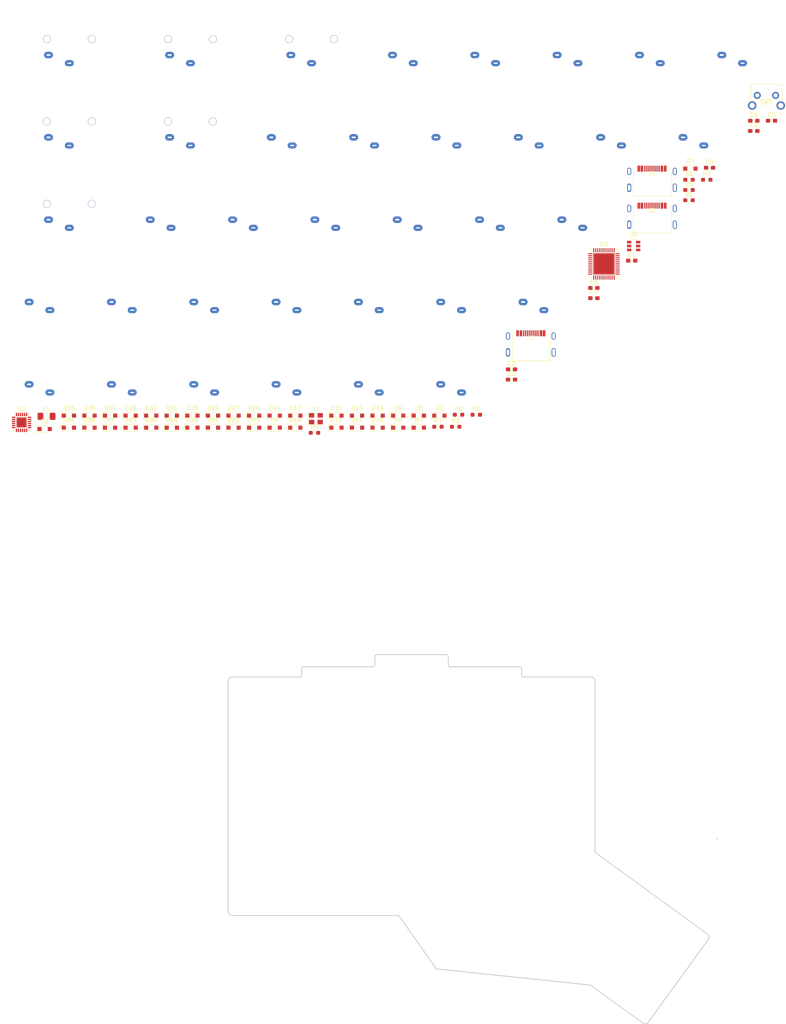
<source format=kicad_pcb>
(kicad_pcb (version 20171130) (host pcbnew 5.1.9)
  (layers (0 F.Cu signal) (31 B.Cu signal) (35 F.Paste user) (37 F.SilkS user) (38 B.Mask user) (39 F.Mask user) (44 Edge.Cuts user))
  (net 0 "")
  (net 1 GND)
  (net 2 "Net-(C1-Pad1)")
  (net 3 "Net-(C2-Pad1)")
  (net 4 VDD)
  (net 5 VSS)
  (net 6 +5V)
  (net 7 "Net-(C9-Pad1)")
  (net 8 "Net-(D1-Pad2)")
  (net 9 "Net-(D2-Pad2)")
  (net 10 /Row_R0)
  (net 11 "Net-(D3-Pad2)")
  (net 12 /Row_R1)
  (net 13 "Net-(D4-Pad2)")
  (net 14 /Row_R2)
  (net 15 "Net-(D5-Pad2)")
  (net 16 /Row_L0)
  (net 17 "Net-(D6-Pad2)")
  (net 18 /Row_L1)
  (net 19 "Net-(D7-Pad2)")
  (net 20 /Row_L2)
  (net 21 "Net-(D8-Pad2)")
  (net 22 "Net-(D9-Pad2)")
  (net 23 "Net-(D10-Pad2)")
  (net 24 "Net-(D11-Pad2)")
  (net 25 "Net-(D12-Pad2)")
  (net 26 "Net-(D13-Pad2)")
  (net 27 "Net-(D14-Pad2)")
  (net 28 "Net-(D15-Pad2)")
  (net 29 "Net-(D16-Pad2)")
  (net 30 "Net-(D17-Pad2)")
  (net 31 /Row_R3)
  (net 32 "Net-(D18-Pad2)")
  (net 33 "Net-(D19-Pad2)")
  (net 34 "Net-(D20-Pad2)")
  (net 35 "Net-(D21-Pad2)")
  (net 36 /Row_L3)
  (net 37 "Net-(D22-Pad2)")
  (net 38 "Net-(D23-Pad2)")
  (net 39 "Net-(D24-Pad2)")
  (net 40 "Net-(D25-Pad2)")
  (net 41 "Net-(D26-Pad2)")
  (net 42 "Net-(D27-Pad2)")
  (net 43 "Net-(D28-Pad2)")
  (net 44 "Net-(D29-Pad2)")
  (net 45 "Net-(D30-Pad2)")
  (net 46 "Net-(D31-Pad2)")
  (net 47 "Net-(D32-Pad2)")
  (net 48 "Net-(D33-Pad2)")
  (net 49 "Net-(D34-Pad2)")
  (net 50 "Net-(D35-Pad2)")
  (net 51 "Net-(D36-Pad2)")
  (net 52 "Net-(D37-Pad2)")
  (net 53 "Net-(F1-Pad1)")
  (net 54 "Net-(J1-PadS1)")
  (net 55 "Net-(J1-PadA7)")
  (net 56 "Net-(J1-PadA5)")
  (net 57 "Net-(J1-PadA6)")
  (net 58 "Net-(J1-PadB5)")
  (net 59 "Net-(J1-PadA8)")
  (net 60 "Net-(J1-PadB8)")
  (net 61 "Net-(J2-PadS1)")
  (net 62 /I2C_SDA_L)
  (net 63 "Net-(J2-PadA5)")
  (net 64 /I2C_SCL_L)
  (net 65 "Net-(J2-PadB5)")
  (net 66 "Net-(J2-PadA8)")
  (net 67 "Net-(J2-PadB8)")
  (net 68 "Net-(J3-PadS1)")
  (net 69 /I2C_SDA_R)
  (net 70 "Net-(J3-PadA5)")
  (net 71 /I2C_SCL_R)
  (net 72 "Net-(J3-PadB5)")
  (net 73 "Net-(J3-PadA8)")
  (net 74 "Net-(J3-PadB8)")
  (net 75 "Net-(R5-Pad2)")
  (net 76 "Net-(R6-Pad1)")
  (net 77 "Net-(R7-Pad1)")
  (net 78 "Net-(R9-Pad2)")
  (net 79 /Col_R0)
  (net 80 /Col_L0)
  (net 81 /Col_R1)
  (net 82 /Col_L1)
  (net 83 /Col_R2)
  (net 84 /Col_L2)
  (net 85 /Col_R3)
  (net 86 /Col_L3)
  (net 87 /Col_R4)
  (net 88 /Col_L4)
  (net 89 "Net-(U2-Pad17)")
  (net 90 "Net-(U2-Pad16)")
  (net 91 "Net-(U2-Pad15)")
  (net 92 "Net-(U2-Pad14)")
  (net 93 "Net-(U2-Pad8)")
  (net 94 "Net-(U2-Pad7)")
  (net 95 "Net-(U2-Pad6)")
  (net 96 "Net-(U3-Pad42)")
  (net 97 "Net-(U3-Pad41)")
  (net 98 "Net-(U3-Pad40)")
  (net 99 "Net-(U3-Pad39)")
  (net 100 "Net-(U3-Pad38)")
  (net 101 "Net-(U3-Pad37)")
  (net 102 "Net-(U3-Pad36)")
  (net 103 "Net-(U3-Pad32)")
  (net 104 "Net-(U3-Pad27)")
  (net 105 "Net-(U3-Pad26)")
  (net 106 "Net-(U3-Pad25)")
  (net 107 "Net-(U3-Pad22)")
  (net 108 "Net-(U3-Pad21)")
  (net 109 "Net-(U3-Pad20)")
  (net 110 "Net-(U3-Pad1)")
  (module Oscillator:Oscillator_SMD_Abracon_ASE-4Pin_3.2x2.5mm (layer F.Cu) (at 63.47 -32.34)
    (fp_text reference Y1 (at 0 -2.45) (layer F.SilkS))
    (fp_text value 16MHZ)
    (pad 4 smd rect (at -1.05 -0.825) (size 1.3 1.1) (layers F.Cu F.Paste F.Mask) (net 1 GND))
    (pad 3 smd rect (at 1.05 -0.825) (size 1.3 1.1) (layers F.Cu F.Paste F.Mask) (net 3 "Net-(C2-Pad1)"))
    (pad 2 smd rect (at 1.05 0.825) (size 1.3 1.1) (layers F.Cu F.Paste F.Mask) (net 1 GND))
    (pad 1 smd rect (at -1.05 0.825) (size 1.3 1.1) (layers F.Cu F.Paste F.Mask) (net 2 "Net-(C1-Pad1)"))
  )
  (module Package_DFN_QFN:QFN-44-1EP_7x7mm_P0.5mm_EP5.2x5.2mm (layer F.Cu) (at 134.15 -70.32)
    (fp_text reference U3 (at 0 -4.82) (layer F.SilkS))
    (fp_text value ATmega32U4-MU)
    (pad 45 smd rect (at 0 0) (size 5.2 5.2) (layers F.Cu F.Mask) (net 1 GND))
    (pad 44 smd roundrect (at -2.5 -3.3375) (size 0.25 1.075) (layers F.Cu F.Paste F.Mask) (net 6 +5V))
    (pad 43 smd roundrect (at -2 -3.3375) (size 0.25 1.075) (layers F.Cu F.Paste F.Mask) (net 1 GND))
    (pad 42 smd roundrect (at -1.5 -3.3375) (size 0.25 1.075) (layers F.Cu F.Paste F.Mask) (net 96 "Net-(U3-Pad42)"))
    (pad 41 smd roundrect (at -1 -3.3375) (size 0.25 1.075) (layers F.Cu F.Paste F.Mask) (net 97 "Net-(U3-Pad41)"))
    (pad 40 smd roundrect (at -0.5 -3.3375) (size 0.25 1.075) (layers F.Cu F.Paste F.Mask) (net 98 "Net-(U3-Pad40)"))
    (pad 39 smd roundrect (at 0 -3.3375) (size 0.25 1.075) (layers F.Cu F.Paste F.Mask) (net 99 "Net-(U3-Pad39)"))
    (pad 38 smd roundrect (at 0.5 -3.3375) (size 0.25 1.075) (layers F.Cu F.Paste F.Mask) (net 100 "Net-(U3-Pad38)"))
    (pad 37 smd roundrect (at 1 -3.3375) (size 0.25 1.075) (layers F.Cu F.Paste F.Mask) (net 101 "Net-(U3-Pad37)"))
    (pad 36 smd roundrect (at 1.5 -3.3375) (size 0.25 1.075) (layers F.Cu F.Paste F.Mask) (net 102 "Net-(U3-Pad36)"))
    (pad 35 smd roundrect (at 2 -3.3375) (size 0.25 1.075) (layers F.Cu F.Paste F.Mask) (net 1 GND))
    (pad 34 smd roundrect (at 2.5 -3.3375) (size 0.25 1.075) (layers F.Cu F.Paste F.Mask) (net 6 +5V))
    (pad 33 smd roundrect (at 3.3375 -2.5) (size 1.075 0.25) (layers F.Cu F.Paste F.Mask) (net 78 "Net-(R9-Pad2)"))
    (pad 32 smd roundrect (at 3.3375 -2) (size 1.075 0.25) (layers F.Cu F.Paste F.Mask) (net 103 "Net-(U3-Pad32)"))
    (pad 31 smd roundrect (at 3.3375 -1.5) (size 1.075 0.25) (layers F.Cu F.Paste F.Mask) (net 88 /Col_L4))
    (pad 30 smd roundrect (at 3.3375 -1) (size 1.075 0.25) (layers F.Cu F.Paste F.Mask) (net 84 /Col_L2))
    (pad 29 smd roundrect (at 3.3375 -0.5) (size 1.075 0.25) (layers F.Cu F.Paste F.Mask) (net 82 /Col_L1))
    (pad 28 smd roundrect (at 3.3375 0) (size 1.075 0.25) (layers F.Cu F.Paste F.Mask) (net 80 /Col_L0))
    (pad 27 smd roundrect (at 3.3375 0.5) (size 1.075 0.25) (layers F.Cu F.Paste F.Mask) (net 104 "Net-(U3-Pad27)"))
    (pad 26 smd roundrect (at 3.3375 1) (size 1.075 0.25) (layers F.Cu F.Paste F.Mask) (net 105 "Net-(U3-Pad26)"))
    (pad 25 smd roundrect (at 3.3375 1.5) (size 1.075 0.25) (layers F.Cu F.Paste F.Mask) (net 106 "Net-(U3-Pad25)"))
    (pad 24 smd roundrect (at 3.3375 2) (size 1.075 0.25) (layers F.Cu F.Paste F.Mask) (net 6 +5V))
    (pad 23 smd roundrect (at 3.3375 2.5) (size 1.075 0.25) (layers F.Cu F.Paste F.Mask) (net 1 GND))
    (pad 22 smd roundrect (at 2.5 3.3375) (size 0.25 1.075) (layers F.Cu F.Paste F.Mask) (net 107 "Net-(U3-Pad22)"))
    (pad 21 smd roundrect (at 2 3.3375) (size 0.25 1.075) (layers F.Cu F.Paste F.Mask) (net 108 "Net-(U3-Pad21)"))
    (pad 20 smd roundrect (at 1.5 3.3375) (size 0.25 1.075) (layers F.Cu F.Paste F.Mask) (net 109 "Net-(U3-Pad20)"))
    (pad 19 smd roundrect (at 1 3.3375) (size 0.25 1.075) (layers F.Cu F.Paste F.Mask) (net 62 /I2C_SDA_L))
    (pad 18 smd roundrect (at 0.5 3.3375) (size 0.25 1.075) (layers F.Cu F.Paste F.Mask) (net 64 /I2C_SCL_L))
    (pad 17 smd roundrect (at 0 3.3375) (size 0.25 1.075) (layers F.Cu F.Paste F.Mask) (net 2 "Net-(C1-Pad1)"))
    (pad 16 smd roundrect (at -0.5 3.3375) (size 0.25 1.075) (layers F.Cu F.Paste F.Mask) (net 3 "Net-(C2-Pad1)"))
    (pad 15 smd roundrect (at -1 3.3375) (size 0.25 1.075) (layers F.Cu F.Paste F.Mask) (net 1 GND))
    (pad 14 smd roundrect (at -1.5 3.3375) (size 0.25 1.075) (layers F.Cu F.Paste F.Mask) (net 6 +5V))
    (pad 13 smd roundrect (at -2 3.3375) (size 0.25 1.075) (layers F.Cu F.Paste F.Mask) (net 8 "Net-(D1-Pad2)"))
    (pad 12 smd roundrect (at -2.5 3.3375) (size 0.25 1.075) (layers F.Cu F.Paste F.Mask) (net 86 /Col_L3))
    (pad 11 smd roundrect (at -3.3375 2.5) (size 1.075 0.25) (layers F.Cu F.Paste F.Mask) (net 36 /Row_L3))
    (pad 10 smd roundrect (at -3.3375 2) (size 1.075 0.25) (layers F.Cu F.Paste F.Mask) (net 20 /Row_L2))
    (pad 9 smd roundrect (at -3.3375 1.5) (size 1.075 0.25) (layers F.Cu F.Paste F.Mask) (net 18 /Row_L1))
    (pad 8 smd roundrect (at -3.3375 1) (size 1.075 0.25) (layers F.Cu F.Paste F.Mask) (net 16 /Row_L0))
    (pad 7 smd roundrect (at -3.3375 0.5) (size 1.075 0.25) (layers F.Cu F.Paste F.Mask) (net 6 +5V))
    (pad 6 smd roundrect (at -3.3375 0) (size 1.075 0.25) (layers F.Cu F.Paste F.Mask) (net 7 "Net-(C9-Pad1)"))
    (pad 5 smd roundrect (at -3.3375 -0.5) (size 1.075 0.25) (layers F.Cu F.Paste F.Mask) (net 1 GND))
    (pad 4 smd roundrect (at -3.3375 -1) (size 1.075 0.25) (layers F.Cu F.Paste F.Mask) (net 76 "Net-(R6-Pad1)"))
    (pad 3 smd roundrect (at -3.3375 -1.5) (size 1.075 0.25) (layers F.Cu F.Paste F.Mask) (net 77 "Net-(R7-Pad1)"))
    (pad 2 smd roundrect (at -3.3375 -2) (size 1.075 0.25) (layers F.Cu F.Paste F.Mask) (net 6 +5V))
    (pad 1 smd roundrect (at -3.3375 -2.5) (size 1.075 0.25) (layers F.Cu F.Paste F.Mask) (net 110 "Net-(U3-Pad1)"))
  )
  (module Package_DFN_QFN:WQFN-24-1EP_4x4mm_P0.5mm_EP2.45x2.45mm (layer F.Cu) (at -8.75 -31.42)
    (fp_text reference U2 (at 0 -3.32) (layer F.SilkS))
    (fp_text value TCA9555RTWR)
    (pad 25 smd rect (at 0 0) (size 2.45 2.45) (layers F.Cu F.Mask) (net 5 VSS))
    (pad 24 smd roundrect (at -1.25 -1.9375) (size 0.3 0.875) (layers F.Cu F.Paste F.Mask) (net 5 VSS))
    (pad 23 smd roundrect (at -0.75 -1.9375) (size 0.3 0.875) (layers F.Cu F.Paste F.Mask) (net 5 VSS))
    (pad 22 smd roundrect (at -0.25 -1.9375) (size 0.3 0.875) (layers F.Cu F.Paste F.Mask) (net 75 "Net-(R5-Pad2)"))
    (pad 21 smd roundrect (at 0.25 -1.9375) (size 0.3 0.875) (layers F.Cu F.Paste F.Mask) (net 4 VDD))
    (pad 20 smd roundrect (at 0.75 -1.9375) (size 0.3 0.875) (layers F.Cu F.Paste F.Mask) (net 69 /I2C_SDA_R))
    (pad 19 smd roundrect (at 1.25 -1.9375) (size 0.3 0.875) (layers F.Cu F.Paste F.Mask) (net 71 /I2C_SCL_R))
    (pad 18 smd roundrect (at 1.9375 -1.25) (size 0.875 0.3) (layers F.Cu F.Paste F.Mask) (net 5 VSS))
    (pad 17 smd roundrect (at 1.9375 -0.75) (size 0.875 0.3) (layers F.Cu F.Paste F.Mask) (net 89 "Net-(U2-Pad17)"))
    (pad 16 smd roundrect (at 1.9375 -0.25) (size 0.875 0.3) (layers F.Cu F.Paste F.Mask) (net 90 "Net-(U2-Pad16)"))
    (pad 15 smd roundrect (at 1.9375 0.25) (size 0.875 0.3) (layers F.Cu F.Paste F.Mask) (net 91 "Net-(U2-Pad15)"))
    (pad 14 smd roundrect (at 1.9375 0.75) (size 0.875 0.3) (layers F.Cu F.Paste F.Mask) (net 92 "Net-(U2-Pad14)"))
    (pad 13 smd roundrect (at 1.9375 1.25) (size 0.875 0.3) (layers F.Cu F.Paste F.Mask) (net 31 /Row_R3))
    (pad 12 smd roundrect (at 1.25 1.9375) (size 0.3 0.875) (layers F.Cu F.Paste F.Mask) (net 14 /Row_R2))
    (pad 11 smd roundrect (at 0.75 1.9375) (size 0.3 0.875) (layers F.Cu F.Paste F.Mask) (net 12 /Row_R1))
    (pad 10 smd roundrect (at 0.25 1.9375) (size 0.3 0.875) (layers F.Cu F.Paste F.Mask) (net 10 /Row_R0))
    (pad 9 smd roundrect (at -0.25 1.9375) (size 0.3 0.875) (layers F.Cu F.Paste F.Mask) (net 5 VSS))
    (pad 8 smd roundrect (at -0.75 1.9375) (size 0.3 0.875) (layers F.Cu F.Paste F.Mask) (net 93 "Net-(U2-Pad8)"))
    (pad 7 smd roundrect (at -1.25 1.9375) (size 0.3 0.875) (layers F.Cu F.Paste F.Mask) (net 94 "Net-(U2-Pad7)"))
    (pad 6 smd roundrect (at -1.9375 1.25) (size 0.875 0.3) (layers F.Cu F.Paste F.Mask) (net 95 "Net-(U2-Pad6)"))
    (pad 5 smd roundrect (at -1.9375 0.75) (size 0.875 0.3) (layers F.Cu F.Paste F.Mask) (net 87 /Col_R4))
    (pad 4 smd roundrect (at -1.9375 0.25) (size 0.875 0.3) (layers F.Cu F.Paste F.Mask) (net 85 /Col_R3))
    (pad 3 smd roundrect (at -1.9375 -0.25) (size 0.875 0.3) (layers F.Cu F.Paste F.Mask) (net 83 /Col_R2))
    (pad 2 smd roundrect (at -1.9375 -0.75) (size 0.875 0.3) (layers F.Cu F.Paste F.Mask) (net 81 /Col_R1))
    (pad 1 smd roundrect (at -1.9375 -1.25) (size 0.875 0.3) (layers F.Cu F.Paste F.Mask) (net 79 /Col_R0))
  )
  (module Package_TO_SOT_SMD:SOT-23-6 (layer F.Cu) (at 141.45 -74.7)
    (fp_text reference U1 (at 0 -2.9) (layer F.SilkS))
    (fp_text value SRV05-4)
    (pad 5 smd rect (at 1.1 0) (size 1.06 0.65) (layers F.Cu F.Paste F.Mask) (net 6 +5V))
    (pad 6 smd rect (at 1.1 -0.95) (size 1.06 0.65) (layers F.Cu F.Paste F.Mask) (net 57 "Net-(J1-PadA6)"))
    (pad 4 smd rect (at 1.1 0.95) (size 1.06 0.65) (layers F.Cu F.Paste F.Mask) (net 55 "Net-(J1-PadA7)"))
    (pad 3 smd rect (at -1.1 0.95) (size 1.06 0.65) (layers F.Cu F.Paste F.Mask) (net 57 "Net-(J1-PadA6)"))
    (pad 2 smd rect (at -1.1 0) (size 1.06 0.65) (layers F.Cu F.Paste F.Mask) (net 1 GND))
    (pad 1 smd rect (at -1.1 -0.95) (size 1.06 0.65) (layers F.Cu F.Paste F.Mask) (net 55 "Net-(J1-PadA7)"))
  )
  (module WetCorn:Kailh_Choc_1.5u (layer F.Cu) (at 2.9675 -105.265)
    (fp_text reference SW37 hide)
    (fp_text value SW_Push hide)
    (pad 1 thru_hole oval (at -5.1 3.9) (size 2.2 1.6) (drill oval 1 0.4) (layers *.Cu B.Mask) (net 88 /Col_L4))
    (pad "" np_thru_hole circle (at 0 0 90) (size 3.3 3.3) (drill 3.3) (layers *.Cu *.Mask))
    (pad "" np_thru_hole circle (at -5.5 0 90) (size 1.9 1.9) (drill 1.8) (layers *.Cu *.Mask))
    (pad "" np_thru_hole circle (at 5.5 0 90) (size 1.9 1.9) (drill 1.8) (layers *.Cu *.Mask))
    (pad 2 thru_hole oval (at 0 5.9) (size 2.2 1.5) (drill oval 1 0.3) (layers *.Cu B.Mask) (net 52 "Net-(D37-Pad2)"))
  )
  (module WetCorn:Kailh_Choc_1u (layer F.Cu) (at 27.925 -85.065)
    (fp_text reference SW36 hide)
    (fp_text value SW_Push hide)
    (pad 1 thru_hole oval (at -5.1 3.9) (size 2.2 1.6) (drill oval 1 0.4) (layers *.Cu B.Mask) (net 88 /Col_L4))
    (pad "" np_thru_hole circle (at 0 0 90) (size 3.3 3.3) (drill 3.3) (layers *.Cu *.Mask))
    (pad "" np_thru_hole circle (at -5.5 0 90) (size 1.9 1.9) (drill 1.9) (layers *.Cu *.Mask))
    (pad "" np_thru_hole circle (at 5.5 0 90) (size 1.9 1.9) (drill 1.9) (layers *.Cu *.Mask))
    (pad 2 thru_hole oval (at 0 5.9) (size 2.2 1.5) (drill oval 1 0.3) (layers *.Cu B.Mask) (net 51 "Net-(D36-Pad2)"))
  )
  (module WetCorn:Kailh_Choc_1u (layer F.Cu) (at 57.645 -105.265)
    (fp_text reference SW35 hide)
    (fp_text value SW_Push hide)
    (pad 1 thru_hole oval (at -5.1 3.9) (size 2.2 1.6) (drill oval 1 0.4) (layers *.Cu B.Mask) (net 88 /Col_L4))
    (pad "" np_thru_hole circle (at 0 0 90) (size 3.3 3.3) (drill 3.3) (layers *.Cu *.Mask))
    (pad "" np_thru_hole circle (at -5.5 0 90) (size 1.9 1.9) (drill 1.9) (layers *.Cu *.Mask))
    (pad "" np_thru_hole circle (at 5.5 0 90) (size 1.9 1.9) (drill 1.9) (layers *.Cu *.Mask))
    (pad 2 thru_hole oval (at 0 5.9) (size 2.2 1.5) (drill oval 1 0.3) (layers *.Cu B.Mask) (net 50 "Net-(D35-Pad2)"))
  )
  (module WetCorn:Kailh_Choc_1u (layer F.Cu) (at 87.365 -125.465)
    (fp_text reference SW34 hide)
    (fp_text value SW_Push hide)
    (pad 1 thru_hole oval (at -5.1 3.9) (size 2.2 1.6) (drill oval 1 0.4) (layers *.Cu B.Mask) (net 88 /Col_L4))
    (pad "" np_thru_hole circle (at 0 0 90) (size 3.3 3.3) (drill 3.3) (layers *.Cu *.Mask))
    (pad "" np_thru_hole circle (at -5.5 0 90) (size 1.9 1.9) (drill 1.9) (layers *.Cu *.Mask))
    (pad "" np_thru_hole circle (at 5.5 0 90) (size 1.9 1.9) (drill 1.9) (layers *.Cu *.Mask))
    (pad 2 thru_hole oval (at 0 5.9) (size 2.2 1.5) (drill oval 1 0.3) (layers *.Cu B.Mask) (net 49 "Net-(D34-Pad2)"))
  )
  (module WetCorn:Kailh_Choc_1.5u (layer F.Cu) (at 2.9675 -85.065)
    (fp_text reference SW33 hide)
    (fp_text value SW_Push hide)
    (pad 1 thru_hole oval (at -5.1 3.9) (size 2.2 1.6) (drill oval 1 0.4) (layers *.Cu B.Mask) (net 87 /Col_R4))
    (pad "" np_thru_hole circle (at 0 0 90) (size 3.3 3.3) (drill 3.3) (layers *.Cu *.Mask))
    (pad "" np_thru_hole circle (at -5.5 0 90) (size 1.9 1.9) (drill 1.8) (layers *.Cu *.Mask))
    (pad "" np_thru_hole circle (at 5.5 0 90) (size 1.9 1.9) (drill 1.8) (layers *.Cu *.Mask))
    (pad 2 thru_hole oval (at 0 5.9) (size 2.2 1.5) (drill oval 1 0.3) (layers *.Cu B.Mask) (net 48 "Net-(D33-Pad2)"))
  )
  (module WetCorn:Kailh_Choc_1u (layer F.Cu) (at 18.405 -64.865)
    (fp_text reference SW32 hide)
    (fp_text value SW_Push hide)
    (pad 1 thru_hole oval (at -5.1 3.9) (size 2.2 1.6) (drill oval 1 0.4) (layers *.Cu B.Mask) (net 87 /Col_R4))
    (pad "" np_thru_hole circle (at 0 0 90) (size 3.3 3.3) (drill 3.3) (layers *.Cu *.Mask))
    (pad "" np_thru_hole circle (at -5.5 0 90) (size 1.9 1.9) (drill 1.9) (layers *.Cu *.Mask))
    (pad "" np_thru_hole circle (at 5.5 0 90) (size 1.9 1.9) (drill 1.9) (layers *.Cu *.Mask))
    (pad 2 thru_hole oval (at 0 5.9) (size 2.2 1.5) (drill oval 1 0.3) (layers *.Cu B.Mask) (net 47 "Net-(D32-Pad2)"))
  )
  (module WetCorn:Kailh_Choc_1u (layer F.Cu) (at -1.795 -44.665)
    (fp_text reference SW31 hide)
    (fp_text value SW_Push hide)
    (pad 1 thru_hole oval (at -5.1 3.9) (size 2.2 1.6) (drill oval 1 0.4) (layers *.Cu B.Mask) (net 87 /Col_R4))
    (pad "" np_thru_hole circle (at 0 0 90) (size 3.3 3.3) (drill 3.3) (layers *.Cu *.Mask))
    (pad "" np_thru_hole circle (at -5.5 0 90) (size 1.9 1.9) (drill 1.9) (layers *.Cu *.Mask))
    (pad "" np_thru_hole circle (at 5.5 0 90) (size 1.9 1.9) (drill 1.9) (layers *.Cu *.Mask))
    (pad 2 thru_hole oval (at 0 5.9) (size 2.2 1.5) (drill oval 1 0.3) (layers *.Cu B.Mask) (net 46 "Net-(D31-Pad2)"))
  )
  (module WetCorn:Kailh_Choc_1u (layer F.Cu) (at 48.125 -85.065)
    (fp_text reference SW30 hide)
    (fp_text value SW_Push hide)
    (pad 1 thru_hole oval (at -5.1 3.9) (size 2.2 1.6) (drill oval 1 0.4) (layers *.Cu B.Mask) (net 87 /Col_R4))
    (pad "" np_thru_hole circle (at 0 0 90) (size 3.3 3.3) (drill 3.3) (layers *.Cu *.Mask))
    (pad "" np_thru_hole circle (at -5.5 0 90) (size 1.9 1.9) (drill 1.9) (layers *.Cu *.Mask))
    (pad "" np_thru_hole circle (at 5.5 0 90) (size 1.9 1.9) (drill 1.9) (layers *.Cu *.Mask))
    (pad 2 thru_hole oval (at 0 5.9) (size 2.2 1.5) (drill oval 1 0.3) (layers *.Cu B.Mask) (net 45 "Net-(D30-Pad2)"))
  )
  (module WetCorn:Kailh_Choc_1.5u (layer F.Cu) (at 2.9675 -125.465)
    (fp_text reference SW29 hide)
    (fp_text value SW_Push hide)
    (pad 1 thru_hole oval (at -5.1 3.9) (size 2.2 1.6) (drill oval 1 0.4) (layers *.Cu B.Mask) (net 86 /Col_L3))
    (pad "" np_thru_hole circle (at 0 0 90) (size 3.3 3.3) (drill 3.3) (layers *.Cu *.Mask))
    (pad "" np_thru_hole circle (at -5.5 0 90) (size 1.9 1.9) (drill 1.8) (layers *.Cu *.Mask))
    (pad "" np_thru_hole circle (at 5.5 0 90) (size 1.9 1.9) (drill 1.8) (layers *.Cu *.Mask))
    (pad 2 thru_hole oval (at 0 5.9) (size 2.2 1.5) (drill oval 1 0.3) (layers *.Cu B.Mask) (net 44 "Net-(D29-Pad2)"))
  )
  (module WetCorn:Kailh_Choc_1u (layer F.Cu) (at -1.795 -64.865)
    (fp_text reference SW28 hide)
    (fp_text value SW_Push hide)
    (pad 1 thru_hole oval (at -5.1 3.9) (size 2.2 1.6) (drill oval 1 0.4) (layers *.Cu B.Mask) (net 86 /Col_L3))
    (pad "" np_thru_hole circle (at 0 0 90) (size 3.3 3.3) (drill 3.3) (layers *.Cu *.Mask))
    (pad "" np_thru_hole circle (at -5.5 0 90) (size 1.9 1.9) (drill 1.9) (layers *.Cu *.Mask))
    (pad "" np_thru_hole circle (at 5.5 0 90) (size 1.9 1.9) (drill 1.9) (layers *.Cu *.Mask))
    (pad 2 thru_hole oval (at 0 5.9) (size 2.2 1.5) (drill oval 1 0.3) (layers *.Cu B.Mask) (net 43 "Net-(D28-Pad2)"))
  )
  (module WetCorn:Kailh_Choc_1u (layer F.Cu) (at 18.405 -44.665)
    (fp_text reference SW27 hide)
    (fp_text value SW_Push hide)
    (pad 1 thru_hole oval (at -5.1 3.9) (size 2.2 1.6) (drill oval 1 0.4) (layers *.Cu B.Mask) (net 86 /Col_L3))
    (pad "" np_thru_hole circle (at 0 0 90) (size 3.3 3.3) (drill 3.3) (layers *.Cu *.Mask))
    (pad "" np_thru_hole circle (at -5.5 0 90) (size 1.9 1.9) (drill 1.9) (layers *.Cu *.Mask))
    (pad "" np_thru_hole circle (at 5.5 0 90) (size 1.9 1.9) (drill 1.9) (layers *.Cu *.Mask))
    (pad 2 thru_hole oval (at 0 5.9) (size 2.2 1.5) (drill oval 1 0.3) (layers *.Cu B.Mask) (net 42 "Net-(D27-Pad2)"))
  )
  (module WetCorn:Kailh_Choc_1u (layer F.Cu) (at 38.605 -64.865)
    (fp_text reference SW26 hide)
    (fp_text value SW_Push hide)
    (pad 1 thru_hole oval (at -5.1 3.9) (size 2.2 1.6) (drill oval 1 0.4) (layers *.Cu B.Mask) (net 86 /Col_L3))
    (pad "" np_thru_hole circle (at 0 0 90) (size 3.3 3.3) (drill 3.3) (layers *.Cu *.Mask))
    (pad "" np_thru_hole circle (at -5.5 0 90) (size 1.9 1.9) (drill 1.9) (layers *.Cu *.Mask))
    (pad "" np_thru_hole circle (at 5.5 0 90) (size 1.9 1.9) (drill 1.9) (layers *.Cu *.Mask))
    (pad 2 thru_hole oval (at 0 5.9) (size 2.2 1.5) (drill oval 1 0.3) (layers *.Cu B.Mask) (net 41 "Net-(D26-Pad2)"))
  )
  (module WetCorn:Kailh_Choc_1.5u (layer F.Cu) (at 32.6875 -105.265)
    (fp_text reference SW25 hide)
    (fp_text value SW_Push hide)
    (pad 1 thru_hole oval (at -5.1 3.9) (size 2.2 1.6) (drill oval 1 0.4) (layers *.Cu B.Mask) (net 85 /Col_R3))
    (pad "" np_thru_hole circle (at 0 0 90) (size 3.3 3.3) (drill 3.3) (layers *.Cu *.Mask))
    (pad "" np_thru_hole circle (at -5.5 0 90) (size 1.9 1.9) (drill 1.8) (layers *.Cu *.Mask))
    (pad "" np_thru_hole circle (at 5.5 0 90) (size 1.9 1.9) (drill 1.8) (layers *.Cu *.Mask))
    (pad 2 thru_hole oval (at 0 5.9) (size 2.2 1.5) (drill oval 1 0.3) (layers *.Cu B.Mask) (net 40 "Net-(D25-Pad2)"))
  )
  (module WetCorn:Kailh_Choc_1u (layer F.Cu) (at 107.565 -125.465)
    (fp_text reference SW24 hide)
    (fp_text value SW_Push hide)
    (pad 1 thru_hole oval (at -5.1 3.9) (size 2.2 1.6) (drill oval 1 0.4) (layers *.Cu B.Mask) (net 85 /Col_R3))
    (pad "" np_thru_hole circle (at 0 0 90) (size 3.3 3.3) (drill 3.3) (layers *.Cu *.Mask))
    (pad "" np_thru_hole circle (at -5.5 0 90) (size 1.9 1.9) (drill 1.9) (layers *.Cu *.Mask))
    (pad "" np_thru_hole circle (at 5.5 0 90) (size 1.9 1.9) (drill 1.9) (layers *.Cu *.Mask))
    (pad 2 thru_hole oval (at 0 5.9) (size 2.2 1.5) (drill oval 1 0.3) (layers *.Cu B.Mask) (net 39 "Net-(D24-Pad2)"))
  )
  (module WetCorn:Kailh_Choc_1u (layer F.Cu) (at 68.325 -85.065)
    (fp_text reference SW23 hide)
    (fp_text value SW_Push hide)
    (pad 1 thru_hole oval (at -5.1 3.9) (size 2.2 1.6) (drill oval 1 0.4) (layers *.Cu B.Mask) (net 85 /Col_R3))
    (pad "" np_thru_hole circle (at 0 0 90) (size 3.3 3.3) (drill 3.3) (layers *.Cu *.Mask))
    (pad "" np_thru_hole circle (at -5.5 0 90) (size 1.9 1.9) (drill 1.9) (layers *.Cu *.Mask))
    (pad "" np_thru_hole circle (at 5.5 0 90) (size 1.9 1.9) (drill 1.9) (layers *.Cu *.Mask))
    (pad 2 thru_hole oval (at 0 5.9) (size 2.2 1.5) (drill oval 1 0.3) (layers *.Cu B.Mask) (net 38 "Net-(D23-Pad2)"))
  )
  (module WetCorn:Kailh_Choc_1u (layer F.Cu) (at 98.045 -105.265)
    (fp_text reference SW22 hide)
    (fp_text value SW_Push hide)
    (pad 1 thru_hole oval (at -5.1 3.9) (size 2.2 1.6) (drill oval 1 0.4) (layers *.Cu B.Mask) (net 85 /Col_R3))
    (pad "" np_thru_hole circle (at 0 0 90) (size 3.3 3.3) (drill 3.3) (layers *.Cu *.Mask))
    (pad "" np_thru_hole circle (at -5.5 0 90) (size 1.9 1.9) (drill 1.9) (layers *.Cu *.Mask))
    (pad "" np_thru_hole circle (at 5.5 0 90) (size 1.9 1.9) (drill 1.9) (layers *.Cu *.Mask))
    (pad 2 thru_hole oval (at 0 5.9) (size 2.2 1.5) (drill oval 1 0.3) (layers *.Cu B.Mask) (net 37 "Net-(D22-Pad2)"))
  )
  (module WetCorn:Kailh_Choc_1.5u (layer F.Cu) (at 32.6875 -125.465)
    (fp_text reference SW21 hide)
    (fp_text value SW_Push hide)
    (pad 1 thru_hole oval (at -5.1 3.9) (size 2.2 1.6) (drill oval 1 0.4) (layers *.Cu B.Mask) (net 84 /Col_L2))
    (pad "" np_thru_hole circle (at 0 0 90) (size 3.3 3.3) (drill 3.3) (layers *.Cu *.Mask))
    (pad "" np_thru_hole circle (at -5.5 0 90) (size 1.9 1.9) (drill 1.8) (layers *.Cu *.Mask))
    (pad "" np_thru_hole circle (at 5.5 0 90) (size 1.9 1.9) (drill 1.8) (layers *.Cu *.Mask))
    (pad 2 thru_hole oval (at 0 5.9) (size 2.2 1.5) (drill oval 1 0.3) (layers *.Cu B.Mask) (net 35 "Net-(D21-Pad2)"))
  )
  (module WetCorn:Kailh_Choc_1u (layer F.Cu) (at 38.605 -44.665)
    (fp_text reference SW20 hide)
    (fp_text value SW_Push hide)
    (pad 1 thru_hole oval (at -5.1 3.9) (size 2.2 1.6) (drill oval 1 0.4) (layers *.Cu B.Mask) (net 84 /Col_L2))
    (pad "" np_thru_hole circle (at 0 0 90) (size 3.3 3.3) (drill 3.3) (layers *.Cu *.Mask))
    (pad "" np_thru_hole circle (at -5.5 0 90) (size 1.9 1.9) (drill 1.9) (layers *.Cu *.Mask))
    (pad "" np_thru_hole circle (at 5.5 0 90) (size 1.9 1.9) (drill 1.9) (layers *.Cu *.Mask))
    (pad 2 thru_hole oval (at 0 5.9) (size 2.2 1.5) (drill oval 1 0.3) (layers *.Cu B.Mask) (net 34 "Net-(D20-Pad2)"))
  )
  (module WetCorn:Kailh_Choc_1u (layer F.Cu) (at 58.805 -64.865)
    (fp_text reference SW19 hide)
    (fp_text value SW_Push hide)
    (pad 1 thru_hole oval (at -5.1 3.9) (size 2.2 1.6) (drill oval 1 0.4) (layers *.Cu B.Mask) (net 84 /Col_L2))
    (pad "" np_thru_hole circle (at 0 0 90) (size 3.3 3.3) (drill 3.3) (layers *.Cu *.Mask))
    (pad "" np_thru_hole circle (at -5.5 0 90) (size 1.9 1.9) (drill 1.9) (layers *.Cu *.Mask))
    (pad "" np_thru_hole circle (at 5.5 0 90) (size 1.9 1.9) (drill 1.9) (layers *.Cu *.Mask))
    (pad 2 thru_hole oval (at 0 5.9) (size 2.2 1.5) (drill oval 1 0.3) (layers *.Cu B.Mask) (net 33 "Net-(D19-Pad2)"))
  )
  (module WetCorn:Kailh_Choc_1u (layer F.Cu) (at 127.765 -125.465)
    (fp_text reference SW18 hide)
    (fp_text value SW_Push hide)
    (pad 1 thru_hole oval (at -5.1 3.9) (size 2.2 1.6) (drill oval 1 0.4) (layers *.Cu B.Mask) (net 84 /Col_L2))
    (pad "" np_thru_hole circle (at 0 0 90) (size 3.3 3.3) (drill 3.3) (layers *.Cu *.Mask))
    (pad "" np_thru_hole circle (at -5.5 0 90) (size 1.9 1.9) (drill 1.9) (layers *.Cu *.Mask))
    (pad "" np_thru_hole circle (at 5.5 0 90) (size 1.9 1.9) (drill 1.9) (layers *.Cu *.Mask))
    (pad 2 thru_hole oval (at 0 5.9) (size 2.2 1.5) (drill oval 1 0.3) (layers *.Cu B.Mask) (net 32 "Net-(D18-Pad2)"))
  )
  (module WetCorn:Kailh_Choc_1.5u (layer F.Cu) (at 62.4075 -125.465)
    (fp_text reference SW17 hide)
    (fp_text value SW_Push hide)
    (pad 1 thru_hole oval (at -5.1 3.9) (size 2.2 1.6) (drill oval 1 0.4) (layers *.Cu B.Mask) (net 83 /Col_R2))
    (pad "" np_thru_hole circle (at 0 0 90) (size 3.3 3.3) (drill 3.3) (layers *.Cu *.Mask))
    (pad "" np_thru_hole circle (at -5.5 0 90) (size 1.9 1.9) (drill 1.8) (layers *.Cu *.Mask))
    (pad "" np_thru_hole circle (at 5.5 0 90) (size 1.9 1.9) (drill 1.8) (layers *.Cu *.Mask))
    (pad 2 thru_hole oval (at 0 5.9) (size 2.2 1.5) (drill oval 1 0.3) (layers *.Cu B.Mask) (net 30 "Net-(D17-Pad2)"))
  )
  (module WetCorn:Kailh_Choc_1u (layer F.Cu) (at 77.845 -105.265)
    (fp_text reference SW16 hide)
    (fp_text value SW_Push hide)
    (pad 1 thru_hole oval (at -5.1 3.9) (size 2.2 1.6) (drill oval 1 0.4) (layers *.Cu B.Mask) (net 83 /Col_R2))
    (pad "" np_thru_hole circle (at 0 0 90) (size 3.3 3.3) (drill 3.3) (layers *.Cu *.Mask))
    (pad "" np_thru_hole circle (at -5.5 0 90) (size 1.9 1.9) (drill 1.9) (layers *.Cu *.Mask))
    (pad "" np_thru_hole circle (at 5.5 0 90) (size 1.9 1.9) (drill 1.9) (layers *.Cu *.Mask))
    (pad 2 thru_hole oval (at 0 5.9) (size 2.2 1.5) (drill oval 1 0.3) (layers *.Cu B.Mask) (net 29 "Net-(D16-Pad2)"))
  )
  (module WetCorn:Kailh_Choc_1u (layer F.Cu) (at 99.205 -64.865)
    (fp_text reference SW15 hide)
    (fp_text value SW_Push hide)
    (pad 1 thru_hole oval (at -5.1 3.9) (size 2.2 1.6) (drill oval 1 0.4) (layers *.Cu B.Mask) (net 83 /Col_R2))
    (pad "" np_thru_hole circle (at 0 0 90) (size 3.3 3.3) (drill 3.3) (layers *.Cu *.Mask))
    (pad "" np_thru_hole circle (at -5.5 0 90) (size 1.9 1.9) (drill 1.9) (layers *.Cu *.Mask))
    (pad "" np_thru_hole circle (at 5.5 0 90) (size 1.9 1.9) (drill 1.9) (layers *.Cu *.Mask))
    (pad 2 thru_hole oval (at 0 5.9) (size 2.2 1.5) (drill oval 1 0.3) (layers *.Cu B.Mask) (net 28 "Net-(D15-Pad2)"))
  )
  (module WetCorn:Kailh_Choc_1u (layer F.Cu) (at 58.805 -44.665)
    (fp_text reference SW14 hide)
    (fp_text value SW_Push hide)
    (pad 1 thru_hole oval (at -5.1 3.9) (size 2.2 1.6) (drill oval 1 0.4) (layers *.Cu B.Mask) (net 83 /Col_R2))
    (pad "" np_thru_hole circle (at 0 0 90) (size 3.3 3.3) (drill 3.3) (layers *.Cu *.Mask))
    (pad "" np_thru_hole circle (at -5.5 0 90) (size 1.9 1.9) (drill 1.9) (layers *.Cu *.Mask))
    (pad "" np_thru_hole circle (at 5.5 0 90) (size 1.9 1.9) (drill 1.9) (layers *.Cu *.Mask))
    (pad 2 thru_hole oval (at 0 5.9) (size 2.2 1.5) (drill oval 1 0.3) (layers *.Cu B.Mask) (net 27 "Net-(D14-Pad2)"))
  )
  (module WetCorn:Kailh_Choc_1u (layer F.Cu) (at 119.405 -64.865)
    (fp_text reference SW13 hide)
    (fp_text value SW_Push hide)
    (pad 1 thru_hole oval (at -5.1 3.9) (size 2.2 1.6) (drill oval 1 0.4) (layers *.Cu B.Mask) (net 82 /Col_L1))
    (pad "" np_thru_hole circle (at 0 0 90) (size 3.3 3.3) (drill 3.3) (layers *.Cu *.Mask))
    (pad "" np_thru_hole circle (at -5.5 0 90) (size 1.9 1.9) (drill 1.9) (layers *.Cu *.Mask))
    (pad "" np_thru_hole circle (at 5.5 0 90) (size 1.9 1.9) (drill 1.9) (layers *.Cu *.Mask))
    (pad 2 thru_hole oval (at 0 5.9) (size 2.2 1.5) (drill oval 1 0.3) (layers *.Cu B.Mask) (net 26 "Net-(D13-Pad2)"))
  )
  (module WetCorn:Kailh_Choc_1u (layer F.Cu) (at 99.205 -44.665)
    (fp_text reference SW12 hide)
    (fp_text value SW_Push hide)
    (pad 1 thru_hole oval (at -5.1 3.9) (size 2.2 1.6) (drill oval 1 0.4) (layers *.Cu B.Mask) (net 82 /Col_L1))
    (pad "" np_thru_hole circle (at 0 0 90) (size 3.3 3.3) (drill 3.3) (layers *.Cu *.Mask))
    (pad "" np_thru_hole circle (at -5.5 0 90) (size 1.9 1.9) (drill 1.9) (layers *.Cu *.Mask))
    (pad "" np_thru_hole circle (at 5.5 0 90) (size 1.9 1.9) (drill 1.9) (layers *.Cu *.Mask))
    (pad 2 thru_hole oval (at 0 5.9) (size 2.2 1.5) (drill oval 1 0.3) (layers *.Cu B.Mask) (net 25 "Net-(D12-Pad2)"))
  )
  (module WetCorn:Kailh_Choc_1u (layer F.Cu) (at 158.645 -105.265)
    (fp_text reference SW11 hide)
    (fp_text value SW_Push hide)
    (pad 1 thru_hole oval (at -5.1 3.9) (size 2.2 1.6) (drill oval 1 0.4) (layers *.Cu B.Mask) (net 82 /Col_L1))
    (pad "" np_thru_hole circle (at 0 0 90) (size 3.3 3.3) (drill 3.3) (layers *.Cu *.Mask))
    (pad "" np_thru_hole circle (at -5.5 0 90) (size 1.9 1.9) (drill 1.9) (layers *.Cu *.Mask))
    (pad "" np_thru_hole circle (at 5.5 0 90) (size 1.9 1.9) (drill 1.9) (layers *.Cu *.Mask))
    (pad 2 thru_hole oval (at 0 5.9) (size 2.2 1.5) (drill oval 1 0.3) (layers *.Cu B.Mask) (net 24 "Net-(D11-Pad2)"))
  )
  (module WetCorn:Kailh_Choc_1u (layer F.Cu) (at 128.925 -85.065)
    (fp_text reference SW10 hide)
    (fp_text value SW_Push hide)
    (pad 1 thru_hole oval (at -5.1 3.9) (size 2.2 1.6) (drill oval 1 0.4) (layers *.Cu B.Mask) (net 81 /Col_R1))
    (pad "" np_thru_hole circle (at 0 0 90) (size 3.3 3.3) (drill 3.3) (layers *.Cu *.Mask))
    (pad "" np_thru_hole circle (at -5.5 0 90) (size 1.9 1.9) (drill 1.9) (layers *.Cu *.Mask))
    (pad "" np_thru_hole circle (at 5.5 0 90) (size 1.9 1.9) (drill 1.9) (layers *.Cu *.Mask))
    (pad 2 thru_hole oval (at 0 5.9) (size 2.2 1.5) (drill oval 1 0.3) (layers *.Cu B.Mask) (net 23 "Net-(D10-Pad2)"))
  )
  (module WetCorn:Kailh_Choc_1u (layer F.Cu) (at 168.165 -125.465)
    (fp_text reference SW9 hide)
    (fp_text value SW_Push hide)
    (pad 1 thru_hole oval (at -5.1 3.9) (size 2.2 1.6) (drill oval 1 0.4) (layers *.Cu B.Mask) (net 81 /Col_R1))
    (pad "" np_thru_hole circle (at 0 0 90) (size 3.3 3.3) (drill 3.3) (layers *.Cu *.Mask))
    (pad "" np_thru_hole circle (at -5.5 0 90) (size 1.9 1.9) (drill 1.9) (layers *.Cu *.Mask))
    (pad "" np_thru_hole circle (at 5.5 0 90) (size 1.9 1.9) (drill 1.9) (layers *.Cu *.Mask))
    (pad 2 thru_hole oval (at 0 5.9) (size 2.2 1.5) (drill oval 1 0.3) (layers *.Cu B.Mask) (net 22 "Net-(D9-Pad2)"))
  )
  (module WetCorn:Kailh_Choc_1u (layer F.Cu) (at 88.525 -85.065)
    (fp_text reference SW8 hide)
    (fp_text value SW_Push hide)
    (pad 1 thru_hole oval (at -5.1 3.9) (size 2.2 1.6) (drill oval 1 0.4) (layers *.Cu B.Mask) (net 81 /Col_R1))
    (pad "" np_thru_hole circle (at 0 0 90) (size 3.3 3.3) (drill 3.3) (layers *.Cu *.Mask))
    (pad "" np_thru_hole circle (at -5.5 0 90) (size 1.9 1.9) (drill 1.9) (layers *.Cu *.Mask))
    (pad "" np_thru_hole circle (at 5.5 0 90) (size 1.9 1.9) (drill 1.9) (layers *.Cu *.Mask))
    (pad 2 thru_hole oval (at 0 5.9) (size 2.2 1.5) (drill oval 1 0.3) (layers *.Cu B.Mask) (net 21 "Net-(D8-Pad2)"))
  )
  (module WetCorn:Kailh_Choc_1u (layer F.Cu) (at 138.445 -105.265)
    (fp_text reference SW7 hide)
    (fp_text value SW_Push hide)
    (pad 1 thru_hole oval (at -5.1 3.9) (size 2.2 1.6) (drill oval 1 0.4) (layers *.Cu B.Mask) (net 80 /Col_L0))
    (pad "" np_thru_hole circle (at 0 0 90) (size 3.3 3.3) (drill 3.3) (layers *.Cu *.Mask))
    (pad "" np_thru_hole circle (at -5.5 0 90) (size 1.9 1.9) (drill 1.9) (layers *.Cu *.Mask))
    (pad "" np_thru_hole circle (at 5.5 0 90) (size 1.9 1.9) (drill 1.9) (layers *.Cu *.Mask))
    (pad 2 thru_hole oval (at 0 5.9) (size 2.2 1.5) (drill oval 1 0.3) (layers *.Cu B.Mask) (net 19 "Net-(D7-Pad2)"))
  )
  (module WetCorn:Kailh_Choc_1u (layer F.Cu) (at 118.245 -105.265)
    (fp_text reference SW6 hide)
    (fp_text value SW_Push hide)
    (pad 1 thru_hole oval (at -5.1 3.9) (size 2.2 1.6) (drill oval 1 0.4) (layers *.Cu B.Mask) (net 80 /Col_L0))
    (pad "" np_thru_hole circle (at 0 0 90) (size 3.3 3.3) (drill 3.3) (layers *.Cu *.Mask))
    (pad "" np_thru_hole circle (at -5.5 0 90) (size 1.9 1.9) (drill 1.9) (layers *.Cu *.Mask))
    (pad "" np_thru_hole circle (at 5.5 0 90) (size 1.9 1.9) (drill 1.9) (layers *.Cu *.Mask))
    (pad 2 thru_hole oval (at 0 5.9) (size 2.2 1.5) (drill oval 1 0.3) (layers *.Cu B.Mask) (net 17 "Net-(D6-Pad2)"))
  )
  (module WetCorn:Kailh_Choc_1u (layer F.Cu) (at 79.005 -64.865)
    (fp_text reference SW5 hide)
    (fp_text value SW_Push hide)
    (pad 1 thru_hole oval (at -5.1 3.9) (size 2.2 1.6) (drill oval 1 0.4) (layers *.Cu B.Mask) (net 80 /Col_L0))
    (pad "" np_thru_hole circle (at 0 0 90) (size 3.3 3.3) (drill 3.3) (layers *.Cu *.Mask))
    (pad "" np_thru_hole circle (at -5.5 0 90) (size 1.9 1.9) (drill 1.9) (layers *.Cu *.Mask))
    (pad "" np_thru_hole circle (at 5.5 0 90) (size 1.9 1.9) (drill 1.9) (layers *.Cu *.Mask))
    (pad 2 thru_hole oval (at 0 5.9) (size 2.2 1.5) (drill oval 1 0.3) (layers *.Cu B.Mask) (net 15 "Net-(D5-Pad2)"))
  )
  (module WetCorn:Kailh_Choc_1u (layer F.Cu) (at 79.005 -44.665)
    (fp_text reference SW4 hide)
    (fp_text value SW_Push hide)
    (pad 1 thru_hole oval (at -5.1 3.9) (size 2.2 1.6) (drill oval 1 0.4) (layers *.Cu B.Mask) (net 79 /Col_R0))
    (pad "" np_thru_hole circle (at 0 0 90) (size 3.3 3.3) (drill 3.3) (layers *.Cu *.Mask))
    (pad "" np_thru_hole circle (at -5.5 0 90) (size 1.9 1.9) (drill 1.9) (layers *.Cu *.Mask))
    (pad "" np_thru_hole circle (at 5.5 0 90) (size 1.9 1.9) (drill 1.9) (layers *.Cu *.Mask))
    (pad 2 thru_hole oval (at 0 5.9) (size 2.2 1.5) (drill oval 1 0.3) (layers *.Cu B.Mask) (net 13 "Net-(D4-Pad2)"))
  )
  (module WetCorn:Kailh_Choc_1u (layer F.Cu) (at 147.965 -125.465)
    (fp_text reference SW3 hide)
    (fp_text value SW_Push hide)
    (pad 1 thru_hole oval (at -5.1 3.9) (size 2.2 1.6) (drill oval 1 0.4) (layers *.Cu B.Mask) (net 79 /Col_R0))
    (pad "" np_thru_hole circle (at 0 0 90) (size 3.3 3.3) (drill 3.3) (layers *.Cu *.Mask))
    (pad "" np_thru_hole circle (at -5.5 0 90) (size 1.9 1.9) (drill 1.9) (layers *.Cu *.Mask))
    (pad "" np_thru_hole circle (at 5.5 0 90) (size 1.9 1.9) (drill 1.9) (layers *.Cu *.Mask))
    (pad 2 thru_hole oval (at 0 5.9) (size 2.2 1.5) (drill oval 1 0.3) (layers *.Cu B.Mask) (net 11 "Net-(D3-Pad2)"))
  )
  (module WetCorn:Kailh_Choc_1u (layer F.Cu) (at 108.725 -85.065)
    (fp_text reference SW2 hide)
    (fp_text value SW_Push hide)
    (pad 1 thru_hole oval (at -5.1 3.9) (size 2.2 1.6) (drill oval 1 0.4) (layers *.Cu B.Mask) (net 79 /Col_R0))
    (pad "" np_thru_hole circle (at 0 0 90) (size 3.3 3.3) (drill 3.3) (layers *.Cu *.Mask))
    (pad "" np_thru_hole circle (at -5.5 0 90) (size 1.9 1.9) (drill 1.9) (layers *.Cu *.Mask))
    (pad "" np_thru_hole circle (at 5.5 0 90) (size 1.9 1.9) (drill 1.9) (layers *.Cu *.Mask))
    (pad 2 thru_hole oval (at 0 5.9) (size 2.2 1.5) (drill oval 1 0.3) (layers *.Cu B.Mask) (net 9 "Net-(D2-Pad2)"))
  )
  (module Button_Switch_THT:SW_Tactile_SPST_Angled_PTS645Vx31-2LFS (layer F.Cu) (at 171.77 -111.665)
    (fp_text reference SW1 (at 2.25 1.68) (layer F.SilkS))
    (fp_text value SW_Push)
    (pad "" thru_hole circle (at -1.25 2.49) (size 2.1 2.1) (drill 1.3) (layers *.Cu *.Mask))
    (pad 1 thru_hole circle (at 0 0) (size 1.75 1.75) (drill 0.99) (layers *.Cu *.Mask) (net 1 GND))
    (pad 2 thru_hole circle (at 4.5 0) (size 1.75 1.75) (drill 0.99) (layers *.Cu *.Mask) (net 8 "Net-(D1-Pad2)"))
    (pad "" thru_hole circle (at 5.76 2.49) (size 2.1 2.1) (drill 1.3) (layers *.Cu *.Mask))
  )
  (module Resistor_SMD:R_0603_1608Metric_Pad0.98x0.95mm_HandSolder (layer F.Cu) (at 63.12 -28.86)
    (fp_text reference R9 (at 0 -1.43) (layer F.SilkS))
    (fp_text value 10k)
    (pad 2 smd roundrect (at 0.9125 0) (size 0.975 0.95) (layers F.Cu F.Paste F.Mask) (net 78 "Net-(R9-Pad2)"))
    (pad 1 smd roundrect (at -0.9125 0) (size 0.975 0.95) (layers F.Cu F.Paste F.Mask) (net 1 GND))
  )
  (module Resistor_SMD:R_0603_1608Metric_Pad0.98x0.95mm_HandSolder (layer F.Cu) (at 98.47 -33.31)
    (fp_text reference R8 (at 0 -1.43) (layer F.SilkS))
    (fp_text value 10k)
    (pad 2 smd roundrect (at 0.9125 0) (size 0.975 0.95) (layers F.Cu F.Paste F.Mask) (net 8 "Net-(D1-Pad2)"))
    (pad 1 smd roundrect (at -0.9125 0) (size 0.975 0.95) (layers F.Cu F.Paste F.Mask) (net 6 +5V))
  )
  (module Resistor_SMD:R_0603_1608Metric_Pad0.98x0.95mm_HandSolder (layer F.Cu) (at 93.42 -30.36)
    (fp_text reference R7 (at 0 -1.43) (layer F.SilkS))
    (fp_text value 22R)
    (pad 2 smd roundrect (at 0.9125 0) (size 0.975 0.95) (layers F.Cu F.Paste F.Mask) (net 55 "Net-(J1-PadA7)"))
    (pad 1 smd roundrect (at -0.9125 0) (size 0.975 0.95) (layers F.Cu F.Paste F.Mask) (net 77 "Net-(R7-Pad1)"))
  )
  (module Resistor_SMD:R_0603_1608Metric_Pad0.98x0.95mm_HandSolder (layer F.Cu) (at 155.02 -90.96)
    (fp_text reference R6 (at 0 -1.43) (layer F.SilkS))
    (fp_text value 22R)
    (pad 2 smd roundrect (at 0.9125 0) (size 0.975 0.95) (layers F.Cu F.Paste F.Mask) (net 57 "Net-(J1-PadA6)"))
    (pad 1 smd roundrect (at -0.9125 0) (size 0.975 0.95) (layers F.Cu F.Paste F.Mask) (net 76 "Net-(R6-Pad1)"))
  )
  (module Resistor_SMD:R_0603_1608Metric_Pad0.98x0.95mm_HandSolder (layer F.Cu) (at 155.02 -88.45)
    (fp_text reference R5 (at 0 -1.43) (layer F.SilkS))
    (fp_text value 10k)
    (pad 2 smd roundrect (at 0.9125 0) (size 0.975 0.95) (layers F.Cu F.Paste F.Mask) (net 75 "Net-(R5-Pad2)"))
    (pad 1 smd roundrect (at -0.9125 0) (size 0.975 0.95) (layers F.Cu F.Paste F.Mask) (net 4 VDD))
  )
  (module Resistor_SMD:R_0603_1608Metric_Pad0.98x0.95mm_HandSolder (layer F.Cu) (at 159.37 -90.96)
    (fp_text reference R4 (at 0 -1.43) (layer F.SilkS))
    (fp_text value 4.7k)
    (pad 2 smd roundrect (at 0.9125 0) (size 0.975 0.95) (layers F.Cu F.Paste F.Mask) (net 64 /I2C_SCL_L))
    (pad 1 smd roundrect (at -0.9125 0) (size 0.975 0.95) (layers F.Cu F.Paste F.Mask) (net 6 +5V))
  )
  (module Resistor_SMD:R_0603_1608Metric_Pad0.98x0.95mm_HandSolder (layer F.Cu) (at 97.77 -30.36)
    (fp_text reference R3 (at 0 -1.43) (layer F.SilkS))
    (fp_text value 4.7k)
    (pad 2 smd roundrect (at 0.9125 0) (size 0.975 0.95) (layers F.Cu F.Paste F.Mask) (net 62 /I2C_SDA_L))
    (pad 1 smd roundrect (at -0.9125 0) (size 0.975 0.95) (layers F.Cu F.Paste F.Mask) (net 6 +5V))
  )
  (module Resistor_SMD:R_0603_1608Metric_Pad0.98x0.95mm_HandSolder (layer F.Cu) (at 102.82 -33.31)
    (fp_text reference R2 (at 0 -1.43) (layer F.SilkS))
    (fp_text value 5.1k)
    (pad 2 smd roundrect (at 0.9125 0) (size 0.975 0.95) (layers F.Cu F.Paste F.Mask) (net 1 GND))
    (pad 1 smd roundrect (at -0.9125 0) (size 0.975 0.95) (layers F.Cu F.Paste F.Mask) (net 58 "Net-(J1-PadB5)"))
  )
  (module Resistor_SMD:R_0603_1608Metric_Pad0.98x0.95mm_HandSolder (layer F.Cu) (at 155.02 -85.94)
    (fp_text reference R1 (at 0 -1.43) (layer F.SilkS))
    (fp_text value 5.1k)
    (pad 2 smd roundrect (at 0.9125 0) (size 0.975 0.95) (layers F.Cu F.Paste F.Mask) (net 1 GND))
    (pad 1 smd roundrect (at -0.9125 0) (size 0.975 0.95) (layers F.Cu F.Paste F.Mask) (net 56 "Net-(J1-PadA5)"))
  )
  (module "WetCorn:USB_C 16 Pin" (layer F.Cu) (at 116.215 -52.605)
    (fp_text reference J3 (at 0 0.5) (layer F.SilkS))
    (fp_text value "USB_C  I2C_R")
    (pad S1 thru_hole oval (at -5.6 4) (size 1 2.1) (drill oval 0.6 1.4) (layers *.Cu *.Mask) (net 68 "Net-(J3-PadS1)"))
    (pad S1 thru_hole oval (at 5.6 4) (size 1 2.1) (drill oval 0.6 1.7) (layers *.Cu *.Mask) (net 68 "Net-(J3-PadS1)"))
    (pad S1 thru_hole oval (at -5.6 0) (size 1 1.8) (drill oval 0.6 1.4) (layers *.Cu *.Mask) (net 68 "Net-(J3-PadS1)"))
    (pad S1 thru_hole oval (at 5.6 0) (size 1 1.8) (drill oval 0.6 1.4) (layers *.Cu *.Mask) (net 68 "Net-(J3-PadS1)"))
    (pad A4 smd rect (at -2.45 -0.68) (size 0.6 1.45) (layers F.Cu F.Paste F.Mask) (net 4 VDD))
    (pad B9 smd rect (at -2.45 -0.68) (size 0.6 1.45) (layers F.Cu F.Paste F.Mask) (net 4 VDD))
    (pad B7 smd rect (at -0.75 -0.68) (size 0.3 1.45) (layers F.Cu F.Paste F.Mask) (net 69 /I2C_SDA_R))
    (pad A5 smd rect (at -1.25 -0.68) (size 0.3 1.45) (layers F.Cu F.Paste F.Mask) (net 70 "Net-(J3-PadA5)"))
    (pad A1 smd rect (at -3.25 -0.68) (size 0.6 1.45) (layers F.Cu F.Paste F.Mask) (net 5 VSS))
    (pad B6 smd rect (at 0.75 -0.68) (size 0.3 1.45) (layers F.Cu F.Paste F.Mask) (net 71 /I2C_SCL_R))
    (pad B4 smd rect (at 2.45 -0.68) (size 0.6 1.45) (layers F.Cu F.Paste F.Mask) (net 4 VDD))
    (pad B5 smd rect (at 1.75 -0.68) (size 0.3 1.45) (layers F.Cu F.Paste F.Mask) (net 72 "Net-(J3-PadB5)"))
    (pad B12 smd rect (at -3.25 -0.68) (size 0.6 1.45) (layers F.Cu F.Paste F.Mask) (net 5 VSS))
    (pad A6 smd rect (at -0.25 -0.68) (size 0.3 1.45) (layers F.Cu F.Paste F.Mask) (net 71 /I2C_SCL_R))
    (pad A8 smd rect (at 1.25 -0.68) (size 0.3 1.45) (layers F.Cu F.Paste F.Mask) (net 73 "Net-(J3-PadA8)"))
    (pad B8 smd rect (at -1.75 -0.68) (size 0.3 1.45) (layers F.Cu F.Paste F.Mask) (net 74 "Net-(J3-PadB8)"))
    (pad A7 smd rect (at 0.25 -0.68) (size 0.3 1.45) (layers F.Cu F.Paste F.Mask) (net 69 /I2C_SDA_R))
    (pad B1 smd rect (at 3.25 -0.68) (size 0.6 1.45) (layers F.Cu F.Paste F.Mask) (net 5 VSS))
    (pad A12 smd rect (at 3.25 -0.68) (size 0.6 1.45) (layers F.Cu F.Paste F.Mask) (net 5 VSS))
    (pad A9 smd rect (at 2.45 -0.68) (size 0.6 1.45) (layers F.Cu F.Paste F.Mask) (net 4 VDD))
  )
  (module "WetCorn:USB_C 16 Pin" (layer F.Cu) (at 145.935 -83.935)
    (fp_text reference J2 (at 0 0.5) (layer F.SilkS))
    (fp_text value "USB_C  I2C_L")
    (pad S1 thru_hole oval (at -5.6 4) (size 1 2.1) (drill oval 0.6 1.4) (layers *.Cu *.Mask) (net 61 "Net-(J2-PadS1)"))
    (pad S1 thru_hole oval (at 5.6 4) (size 1 2.1) (drill oval 0.6 1.7) (layers *.Cu *.Mask) (net 61 "Net-(J2-PadS1)"))
    (pad S1 thru_hole oval (at -5.6 0) (size 1 1.8) (drill oval 0.6 1.4) (layers *.Cu *.Mask) (net 61 "Net-(J2-PadS1)"))
    (pad S1 thru_hole oval (at 5.6 0) (size 1 1.8) (drill oval 0.6 1.4) (layers *.Cu *.Mask) (net 61 "Net-(J2-PadS1)"))
    (pad A4 smd rect (at -2.45 -0.68) (size 0.6 1.45) (layers F.Cu F.Paste F.Mask) (net 6 +5V))
    (pad B9 smd rect (at -2.45 -0.68) (size 0.6 1.45) (layers F.Cu F.Paste F.Mask) (net 6 +5V))
    (pad B7 smd rect (at -0.75 -0.68) (size 0.3 1.45) (layers F.Cu F.Paste F.Mask) (net 62 /I2C_SDA_L))
    (pad A5 smd rect (at -1.25 -0.68) (size 0.3 1.45) (layers F.Cu F.Paste F.Mask) (net 63 "Net-(J2-PadA5)"))
    (pad A1 smd rect (at -3.25 -0.68) (size 0.6 1.45) (layers F.Cu F.Paste F.Mask) (net 1 GND))
    (pad B6 smd rect (at 0.75 -0.68) (size 0.3 1.45) (layers F.Cu F.Paste F.Mask) (net 64 /I2C_SCL_L))
    (pad B4 smd rect (at 2.45 -0.68) (size 0.6 1.45) (layers F.Cu F.Paste F.Mask) (net 6 +5V))
    (pad B5 smd rect (at 1.75 -0.68) (size 0.3 1.45) (layers F.Cu F.Paste F.Mask) (net 65 "Net-(J2-PadB5)"))
    (pad B12 smd rect (at -3.25 -0.68) (size 0.6 1.45) (layers F.Cu F.Paste F.Mask) (net 1 GND))
    (pad A6 smd rect (at -0.25 -0.68) (size 0.3 1.45) (layers F.Cu F.Paste F.Mask) (net 64 /I2C_SCL_L))
    (pad A8 smd rect (at 1.25 -0.68) (size 0.3 1.45) (layers F.Cu F.Paste F.Mask) (net 66 "Net-(J2-PadA8)"))
    (pad B8 smd rect (at -1.75 -0.68) (size 0.3 1.45) (layers F.Cu F.Paste F.Mask) (net 67 "Net-(J2-PadB8)"))
    (pad A7 smd rect (at 0.25 -0.68) (size 0.3 1.45) (layers F.Cu F.Paste F.Mask) (net 62 /I2C_SDA_L))
    (pad B1 smd rect (at 3.25 -0.68) (size 0.6 1.45) (layers F.Cu F.Paste F.Mask) (net 1 GND))
    (pad A12 smd rect (at 3.25 -0.68) (size 0.6 1.45) (layers F.Cu F.Paste F.Mask) (net 1 GND))
    (pad A9 smd rect (at 2.45 -0.68) (size 0.6 1.45) (layers F.Cu F.Paste F.Mask) (net 6 +5V))
  )
  (module "WetCorn:USB_C 16 Pin" (layer F.Cu) (at 145.935 -93.005)
    (fp_text reference J1 (at 0 0.5) (layer F.SilkS))
    (fp_text value "USB_C Main")
    (pad S1 thru_hole oval (at -5.6 4) (size 1 2.1) (drill oval 0.6 1.4) (layers *.Cu *.Mask) (net 54 "Net-(J1-PadS1)"))
    (pad S1 thru_hole oval (at 5.6 4) (size 1 2.1) (drill oval 0.6 1.7) (layers *.Cu *.Mask) (net 54 "Net-(J1-PadS1)"))
    (pad S1 thru_hole oval (at -5.6 0) (size 1 1.8) (drill oval 0.6 1.4) (layers *.Cu *.Mask) (net 54 "Net-(J1-PadS1)"))
    (pad S1 thru_hole oval (at 5.6 0) (size 1 1.8) (drill oval 0.6 1.4) (layers *.Cu *.Mask) (net 54 "Net-(J1-PadS1)"))
    (pad A4 smd rect (at -2.45 -0.68) (size 0.6 1.45) (layers F.Cu F.Paste F.Mask) (net 53 "Net-(F1-Pad1)"))
    (pad B9 smd rect (at -2.45 -0.68) (size 0.6 1.45) (layers F.Cu F.Paste F.Mask) (net 53 "Net-(F1-Pad1)"))
    (pad B7 smd rect (at -0.75 -0.68) (size 0.3 1.45) (layers F.Cu F.Paste F.Mask) (net 55 "Net-(J1-PadA7)"))
    (pad A5 smd rect (at -1.25 -0.68) (size 0.3 1.45) (layers F.Cu F.Paste F.Mask) (net 56 "Net-(J1-PadA5)"))
    (pad A1 smd rect (at -3.25 -0.68) (size 0.6 1.45) (layers F.Cu F.Paste F.Mask) (net 1 GND))
    (pad B6 smd rect (at 0.75 -0.68) (size 0.3 1.45) (layers F.Cu F.Paste F.Mask) (net 57 "Net-(J1-PadA6)"))
    (pad B4 smd rect (at 2.45 -0.68) (size 0.6 1.45) (layers F.Cu F.Paste F.Mask) (net 53 "Net-(F1-Pad1)"))
    (pad B5 smd rect (at 1.75 -0.68) (size 0.3 1.45) (layers F.Cu F.Paste F.Mask) (net 58 "Net-(J1-PadB5)"))
    (pad B12 smd rect (at -3.25 -0.68) (size 0.6 1.45) (layers F.Cu F.Paste F.Mask) (net 1 GND))
    (pad A6 smd rect (at -0.25 -0.68) (size 0.3 1.45) (layers F.Cu F.Paste F.Mask) (net 57 "Net-(J1-PadA6)"))
    (pad A8 smd rect (at 1.25 -0.68) (size 0.3 1.45) (layers F.Cu F.Paste F.Mask) (net 59 "Net-(J1-PadA8)"))
    (pad B8 smd rect (at -1.75 -0.68) (size 0.3 1.45) (layers F.Cu F.Paste F.Mask) (net 60 "Net-(J1-PadB8)"))
    (pad A7 smd rect (at 0.25 -0.68) (size 0.3 1.45) (layers F.Cu F.Paste F.Mask) (net 55 "Net-(J1-PadA7)"))
    (pad B1 smd rect (at 3.25 -0.68) (size 0.6 1.45) (layers F.Cu F.Paste F.Mask) (net 1 GND))
    (pad A12 smd rect (at 3.25 -0.68) (size 0.6 1.45) (layers F.Cu F.Paste F.Mask) (net 1 GND))
    (pad A9 smd rect (at 2.45 -0.68) (size 0.6 1.45) (layers F.Cu F.Paste F.Mask) (net 53 "Net-(F1-Pad1)"))
  )
  (module Fuse:Fuse_1206_3216Metric_Pad1.42x1.75mm_HandSolder (layer F.Cu) (at -2.63 -32.92)
    (fp_text reference F1 (at 0 -1.82) (layer F.SilkS))
    (fp_text value 500mA)
    (pad 2 smd roundrect (at 1.4875 0) (size 1.425 1.75) (layers F.Cu F.Paste F.Mask) (roundrect_rratio 0.175439) (net 6 +5V))
    (pad 1 smd roundrect (at -1.4875 0) (size 1.425 1.75) (layers F.Cu F.Paste F.Mask) (roundrect_rratio 0.175439) (net 53 "Net-(F1-Pad1)"))
  )
  (module Diode_SMD:D_SOD-323_HandSoldering (layer F.Cu) (at 12.97 -33.09)
    (fp_text reference D37 (at 0 -1.85) (layer F.SilkS))
    (fp_text value D)
    (pad 2 smd rect (at 1.25 0) (size 1 1) (layers F.Cu F.Paste F.Mask) (net 52 "Net-(D37-Pad2)"))
    (pad 1 smd rect (at -1.25 0) (size 1 1) (layers F.Cu F.Paste F.Mask) (net 36 /Row_L3))
  )
  (module Diode_SMD:D_SOD-323_HandSoldering (layer F.Cu) (at 7.92 -30.14)
    (fp_text reference D36 (at 0 -1.85) (layer F.SilkS))
    (fp_text value D)
    (pad 2 smd rect (at 1.25 0) (size 1 1) (layers F.Cu F.Paste F.Mask) (net 51 "Net-(D36-Pad2)"))
    (pad 1 smd rect (at -1.25 0) (size 1 1) (layers F.Cu F.Paste F.Mask) (net 20 /Row_L2))
  )
  (module Diode_SMD:D_SOD-323_HandSoldering (layer F.Cu) (at 7.92 -33.09)
    (fp_text reference D35 (at 0 -1.85) (layer F.SilkS))
    (fp_text value D)
    (pad 2 smd rect (at 1.25 0) (size 1 1) (layers F.Cu F.Paste F.Mask) (net 50 "Net-(D35-Pad2)"))
    (pad 1 smd rect (at -1.25 0) (size 1 1) (layers F.Cu F.Paste F.Mask) (net 18 /Row_L1))
  )
  (module Diode_SMD:D_SOD-323_HandSoldering (layer F.Cu) (at 2.87 -30.14)
    (fp_text reference D34 (at 0 -1.85) (layer F.SilkS))
    (fp_text value D)
    (pad 2 smd rect (at 1.25 0) (size 1 1) (layers F.Cu F.Paste F.Mask) (net 49 "Net-(D34-Pad2)"))
    (pad 1 smd rect (at -1.25 0) (size 1 1) (layers F.Cu F.Paste F.Mask) (net 16 /Row_L0))
  )
  (module Diode_SMD:D_SOD-323_HandSoldering (layer F.Cu) (at 2.87 -33.09)
    (fp_text reference D33 (at 0 -1.85) (layer F.SilkS))
    (fp_text value D)
    (pad 2 smd rect (at 1.25 0) (size 1 1) (layers F.Cu F.Paste F.Mask) (net 48 "Net-(D33-Pad2)"))
    (pad 1 smd rect (at -1.25 0) (size 1 1) (layers F.Cu F.Paste F.Mask) (net 31 /Row_R3))
  )
  (module Diode_SMD:D_SOD-323_HandSoldering (layer F.Cu) (at 23.07 -33.09)
    (fp_text reference D32 (at 0 -1.85) (layer F.SilkS))
    (fp_text value D)
    (pad 2 smd rect (at 1.25 0) (size 1 1) (layers F.Cu F.Paste F.Mask) (net 47 "Net-(D32-Pad2)"))
    (pad 1 smd rect (at -1.25 0) (size 1 1) (layers F.Cu F.Paste F.Mask) (net 14 /Row_R2))
  )
  (module Diode_SMD:D_SOD-323_HandSoldering (layer F.Cu) (at 28.12 -33.09)
    (fp_text reference D31 (at 0 -1.85) (layer F.SilkS))
    (fp_text value D)
    (pad 2 smd rect (at 1.25 0) (size 1 1) (layers F.Cu F.Paste F.Mask) (net 46 "Net-(D31-Pad2)"))
    (pad 1 smd rect (at -1.25 0) (size 1 1) (layers F.Cu F.Paste F.Mask) (net 12 /Row_R1))
  )
  (module Diode_SMD:D_SOD-323_HandSoldering (layer F.Cu) (at 23.07 -30.14)
    (fp_text reference D30 (at 0 -1.85) (layer F.SilkS))
    (fp_text value D)
    (pad 2 smd rect (at 1.25 0) (size 1 1) (layers F.Cu F.Paste F.Mask) (net 45 "Net-(D30-Pad2)"))
    (pad 1 smd rect (at -1.25 0) (size 1 1) (layers F.Cu F.Paste F.Mask) (net 10 /Row_R0))
  )
  (module Diode_SMD:D_SOD-323_HandSoldering (layer F.Cu) (at 18.02 -33.09)
    (fp_text reference D29 (at 0 -1.85) (layer F.SilkS))
    (fp_text value D)
    (pad 2 smd rect (at 1.25 0) (size 1 1) (layers F.Cu F.Paste F.Mask) (net 44 "Net-(D29-Pad2)"))
    (pad 1 smd rect (at -1.25 0) (size 1 1) (layers F.Cu F.Paste F.Mask) (net 36 /Row_L3))
  )
  (module Diode_SMD:D_SOD-323_HandSoldering (layer F.Cu) (at 33.17 -33.09)
    (fp_text reference D28 (at 0 -1.85) (layer F.SilkS))
    (fp_text value D)
    (pad 2 smd rect (at 1.25 0) (size 1 1) (layers F.Cu F.Paste F.Mask) (net 43 "Net-(D28-Pad2)"))
    (pad 1 smd rect (at -1.25 0) (size 1 1) (layers F.Cu F.Paste F.Mask) (net 20 /Row_L2))
  )
  (module Diode_SMD:D_SOD-323_HandSoldering (layer F.Cu) (at 43.27 -33.09)
    (fp_text reference D27 (at 0 -1.85) (layer F.SilkS))
    (fp_text value D)
    (pad 2 smd rect (at 1.25 0) (size 1 1) (layers F.Cu F.Paste F.Mask) (net 42 "Net-(D27-Pad2)"))
    (pad 1 smd rect (at -1.25 0) (size 1 1) (layers F.Cu F.Paste F.Mask) (net 18 /Row_L1))
  )
  (module Diode_SMD:D_SOD-323_HandSoldering (layer F.Cu) (at 48.32 -33.09)
    (fp_text reference D26 (at 0 -1.85) (layer F.SilkS))
    (fp_text value D)
    (pad 2 smd rect (at 1.25 0) (size 1 1) (layers F.Cu F.Paste F.Mask) (net 41 "Net-(D26-Pad2)"))
    (pad 1 smd rect (at -1.25 0) (size 1 1) (layers F.Cu F.Paste F.Mask) (net 16 /Row_L0))
  )
  (module Diode_SMD:D_SOD-323_HandSoldering (layer F.Cu) (at 48.32 -30.14)
    (fp_text reference D25 (at 0 -1.85) (layer F.SilkS))
    (fp_text value D)
    (pad 2 smd rect (at 1.25 0) (size 1 1) (layers F.Cu F.Paste F.Mask) (net 40 "Net-(D25-Pad2)"))
    (pad 1 smd rect (at -1.25 0) (size 1 1) (layers F.Cu F.Paste F.Mask) (net 31 /Row_R3))
  )
  (module Diode_SMD:D_SOD-323_HandSoldering (layer F.Cu) (at 53.37 -33.09)
    (fp_text reference D24 (at 0 -1.85) (layer F.SilkS))
    (fp_text value D)
    (pad 2 smd rect (at 1.25 0) (size 1 1) (layers F.Cu F.Paste F.Mask) (net 39 "Net-(D24-Pad2)"))
    (pad 1 smd rect (at -1.25 0) (size 1 1) (layers F.Cu F.Paste F.Mask) (net 14 /Row_R2))
  )
  (module Diode_SMD:D_SOD-323_HandSoldering (layer F.Cu) (at 18.02 -30.14)
    (fp_text reference D23 (at 0 -1.85) (layer F.SilkS))
    (fp_text value D)
    (pad 2 smd rect (at 1.25 0) (size 1 1) (layers F.Cu F.Paste F.Mask) (net 38 "Net-(D23-Pad2)"))
    (pad 1 smd rect (at -1.25 0) (size 1 1) (layers F.Cu F.Paste F.Mask) (net 12 /Row_R1))
  )
  (module Diode_SMD:D_SOD-323_HandSoldering (layer F.Cu) (at 43.27 -30.14)
    (fp_text reference D22 (at 0 -1.85) (layer F.SilkS))
    (fp_text value D)
    (pad 2 smd rect (at 1.25 0) (size 1 1) (layers F.Cu F.Paste F.Mask) (net 37 "Net-(D22-Pad2)"))
    (pad 1 smd rect (at -1.25 0) (size 1 1) (layers F.Cu F.Paste F.Mask) (net 10 /Row_R0))
  )
  (module Diode_SMD:D_SOD-323_HandSoldering (layer F.Cu) (at 38.22 -30.14)
    (fp_text reference D21 (at 0 -1.85) (layer F.SilkS))
    (fp_text value D)
    (pad 2 smd rect (at 1.25 0) (size 1 1) (layers F.Cu F.Paste F.Mask) (net 35 "Net-(D21-Pad2)"))
    (pad 1 smd rect (at -1.25 0) (size 1 1) (layers F.Cu F.Paste F.Mask) (net 36 /Row_L3))
  )
  (module Diode_SMD:D_SOD-323_HandSoldering (layer F.Cu) (at 33.17 -30.14)
    (fp_text reference D20 (at 0 -1.85) (layer F.SilkS))
    (fp_text value D)
    (pad 2 smd rect (at 1.25 0) (size 1 1) (layers F.Cu F.Paste F.Mask) (net 34 "Net-(D20-Pad2)"))
    (pad 1 smd rect (at -1.25 0) (size 1 1) (layers F.Cu F.Paste F.Mask) (net 20 /Row_L2))
  )
  (module Diode_SMD:D_SOD-323_HandSoldering (layer F.Cu) (at 38.22 -33.09)
    (fp_text reference D19 (at 0 -1.85) (layer F.SilkS))
    (fp_text value D)
    (pad 2 smd rect (at 1.25 0) (size 1 1) (layers F.Cu F.Paste F.Mask) (net 33 "Net-(D19-Pad2)"))
    (pad 1 smd rect (at -1.25 0) (size 1 1) (layers F.Cu F.Paste F.Mask) (net 18 /Row_L1))
  )
  (module Diode_SMD:D_SOD-323_HandSoldering (layer F.Cu) (at 28.12 -30.14)
    (fp_text reference D18 (at 0 -1.85) (layer F.SilkS))
    (fp_text value D)
    (pad 2 smd rect (at 1.25 0) (size 1 1) (layers F.Cu F.Paste F.Mask) (net 32 "Net-(D18-Pad2)"))
    (pad 1 smd rect (at -1.25 0) (size 1 1) (layers F.Cu F.Paste F.Mask) (net 16 /Row_L0))
  )
  (module Diode_SMD:D_SOD-323_HandSoldering (layer F.Cu) (at 58.42 -33.09)
    (fp_text reference D17 (at 0 -1.85) (layer F.SilkS))
    (fp_text value D)
    (pad 2 smd rect (at 1.25 0) (size 1 1) (layers F.Cu F.Paste F.Mask) (net 30 "Net-(D17-Pad2)"))
    (pad 1 smd rect (at -1.25 0) (size 1 1) (layers F.Cu F.Paste F.Mask) (net 31 /Row_R3))
  )
  (module Diode_SMD:D_SOD-323_HandSoldering (layer F.Cu) (at 58.42 -30.14)
    (fp_text reference D16 (at 0 -1.85) (layer F.SilkS))
    (fp_text value D)
    (pad 2 smd rect (at 1.25 0) (size 1 1) (layers F.Cu F.Paste F.Mask) (net 29 "Net-(D16-Pad2)"))
    (pad 1 smd rect (at -1.25 0) (size 1 1) (layers F.Cu F.Paste F.Mask) (net 14 /Row_R2))
  )
  (module Diode_SMD:D_SOD-323_HandSoldering (layer F.Cu) (at 68.52 -33.09)
    (fp_text reference D15 (at 0 -1.85) (layer F.SilkS))
    (fp_text value D)
    (pad 2 smd rect (at 1.25 0) (size 1 1) (layers F.Cu F.Paste F.Mask) (net 28 "Net-(D15-Pad2)"))
    (pad 1 smd rect (at -1.25 0) (size 1 1) (layers F.Cu F.Paste F.Mask) (net 12 /Row_R1))
  )
  (module Diode_SMD:D_SOD-323_HandSoldering (layer F.Cu) (at 73.57 -33.09)
    (fp_text reference D14 (at 0 -1.85) (layer F.SilkS))
    (fp_text value D)
    (pad 2 smd rect (at 1.25 0) (size 1 1) (layers F.Cu F.Paste F.Mask) (net 27 "Net-(D14-Pad2)"))
    (pad 1 smd rect (at -1.25 0) (size 1 1) (layers F.Cu F.Paste F.Mask) (net 10 /Row_R0))
  )
  (module Diode_SMD:D_SOD-323_HandSoldering (layer F.Cu) (at 78.62 -33.09)
    (fp_text reference D13 (at 0 -1.85) (layer F.SilkS))
    (fp_text value D)
    (pad 2 smd rect (at 1.25 0) (size 1 1) (layers F.Cu F.Paste F.Mask) (net 26 "Net-(D13-Pad2)"))
    (pad 1 smd rect (at -1.25 0) (size 1 1) (layers F.Cu F.Paste F.Mask) (net 20 /Row_L2))
  )
  (module Diode_SMD:D_SOD-323_HandSoldering (layer F.Cu) (at 68.52 -30.14)
    (fp_text reference D12 (at 0 -1.85) (layer F.SilkS))
    (fp_text value D)
    (pad 2 smd rect (at 1.25 0) (size 1 1) (layers F.Cu F.Paste F.Mask) (net 25 "Net-(D12-Pad2)"))
    (pad 1 smd rect (at -1.25 0) (size 1 1) (layers F.Cu F.Paste F.Mask) (net 18 /Row_L1))
  )
  (module Diode_SMD:D_SOD-323_HandSoldering (layer F.Cu) (at 73.57 -30.14)
    (fp_text reference D11 (at 0 -1.85) (layer F.SilkS))
    (fp_text value D)
    (pad 2 smd rect (at 1.25 0) (size 1 1) (layers F.Cu F.Paste F.Mask) (net 24 "Net-(D11-Pad2)"))
    (pad 1 smd rect (at -1.25 0) (size 1 1) (layers F.Cu F.Paste F.Mask) (net 16 /Row_L0))
  )
  (module Diode_SMD:D_SOD-323_HandSoldering (layer F.Cu) (at 78.62 -30.14)
    (fp_text reference D10 (at 0 -1.85) (layer F.SilkS))
    (fp_text value D)
    (pad 2 smd rect (at 1.25 0) (size 1 1) (layers F.Cu F.Paste F.Mask) (net 23 "Net-(D10-Pad2)"))
    (pad 1 smd rect (at -1.25 0) (size 1 1) (layers F.Cu F.Paste F.Mask) (net 14 /Row_R2))
  )
  (module Diode_SMD:D_SOD-323_HandSoldering (layer F.Cu) (at 83.67 -33.09)
    (fp_text reference D9 (at 0 -1.85) (layer F.SilkS))
    (fp_text value D)
    (pad 2 smd rect (at 1.25 0) (size 1 1) (layers F.Cu F.Paste F.Mask) (net 22 "Net-(D9-Pad2)"))
    (pad 1 smd rect (at -1.25 0) (size 1 1) (layers F.Cu F.Paste F.Mask) (net 12 /Row_R1))
  )
  (module Diode_SMD:D_SOD-323_HandSoldering (layer F.Cu) (at 88.72 -33.09)
    (fp_text reference D8 (at 0 -1.85) (layer F.SilkS))
    (fp_text value D)
    (pad 2 smd rect (at 1.25 0) (size 1 1) (layers F.Cu F.Paste F.Mask) (net 21 "Net-(D8-Pad2)"))
    (pad 1 smd rect (at -1.25 0) (size 1 1) (layers F.Cu F.Paste F.Mask) (net 10 /Row_R0))
  )
  (module Diode_SMD:D_SOD-323_HandSoldering (layer F.Cu) (at 88.72 -30.14)
    (fp_text reference D7 (at 0 -1.85) (layer F.SilkS))
    (fp_text value D)
    (pad 2 smd rect (at 1.25 0) (size 1 1) (layers F.Cu F.Paste F.Mask) (net 19 "Net-(D7-Pad2)"))
    (pad 1 smd rect (at -1.25 0) (size 1 1) (layers F.Cu F.Paste F.Mask) (net 20 /Row_L2))
  )
  (module Diode_SMD:D_SOD-323_HandSoldering (layer F.Cu) (at 83.67 -30.14)
    (fp_text reference D6 (at 0 -1.85) (layer F.SilkS))
    (fp_text value D)
    (pad 2 smd rect (at 1.25 0) (size 1 1) (layers F.Cu F.Paste F.Mask) (net 17 "Net-(D6-Pad2)"))
    (pad 1 smd rect (at -1.25 0) (size 1 1) (layers F.Cu F.Paste F.Mask) (net 18 /Row_L1))
  )
  (module Diode_SMD:D_SOD-323_HandSoldering (layer F.Cu) (at 155.37 -93.69)
    (fp_text reference D5 (at 0 -1.85) (layer F.SilkS))
    (fp_text value D)
    (pad 2 smd rect (at 1.25 0) (size 1 1) (layers F.Cu F.Paste F.Mask) (net 15 "Net-(D5-Pad2)"))
    (pad 1 smd rect (at -1.25 0) (size 1 1) (layers F.Cu F.Paste F.Mask) (net 16 /Row_L0))
  )
  (module Diode_SMD:D_SOD-323_HandSoldering (layer F.Cu) (at 53.37 -30.14)
    (fp_text reference D4 (at 0 -1.85) (layer F.SilkS))
    (fp_text value D)
    (pad 2 smd rect (at 1.25 0) (size 1 1) (layers F.Cu F.Paste F.Mask) (net 13 "Net-(D4-Pad2)"))
    (pad 1 smd rect (at -1.25 0) (size 1 1) (layers F.Cu F.Paste F.Mask) (net 14 /Row_R2))
  )
  (module Diode_SMD:D_SOD-323_HandSoldering (layer F.Cu) (at 93.77 -33.09)
    (fp_text reference D3 (at 0 -1.85) (layer F.SilkS))
    (fp_text value D)
    (pad 2 smd rect (at 1.25 0) (size 1 1) (layers F.Cu F.Paste F.Mask) (net 11 "Net-(D3-Pad2)"))
    (pad 1 smd rect (at -1.25 0) (size 1 1) (layers F.Cu F.Paste F.Mask) (net 12 /Row_R1))
  )
  (module Diode_SMD:D_SOD-323_HandSoldering (layer F.Cu) (at -3.08 -29.8)
    (fp_text reference D2 (at 0 -1.85) (layer F.SilkS))
    (fp_text value D)
    (pad 2 smd rect (at 1.25 0) (size 1 1) (layers F.Cu F.Paste F.Mask) (net 9 "Net-(D2-Pad2)"))
    (pad 1 smd rect (at -1.25 0) (size 1 1) (layers F.Cu F.Paste F.Mask) (net 10 /Row_R0))
  )
  (module Diode_SMD:D_SOD-323_HandSoldering (layer F.Cu) (at 12.97 -30.14)
    (fp_text reference D1 (at 0 -1.85) (layer F.SilkS))
    (fp_text value D)
    (pad 2 smd rect (at 1.25 0) (size 1 1) (layers F.Cu F.Paste F.Mask) (net 8 "Net-(D1-Pad2)"))
    (pad 1 smd rect (at -1.25 0) (size 1 1) (layers F.Cu F.Paste F.Mask) (net 6 +5V))
  )
  (module Capacitor_SMD:C_0603_1608Metric_Pad1.08x0.95mm_HandSolder (layer F.Cu) (at 160.07 -93.91)
    (fp_text reference C9 (at 0 -1.43) (layer F.SilkS))
    (fp_text value 1uF)
    (pad 2 smd roundrect (at 0.8625 0) (size 1.075 0.95) (layers F.Cu F.Paste F.Mask) (net 1 GND))
    (pad 1 smd roundrect (at -0.8625 0) (size 1.075 0.95) (layers F.Cu F.Paste F.Mask) (net 7 "Net-(C9-Pad1)"))
  )
  (module Capacitor_SMD:C_0603_1608Metric_Pad1.08x0.95mm_HandSolder (layer F.Cu) (at 131.68 -64.42)
    (fp_text reference C8 (at 0 -1.43) (layer F.SilkS))
    (fp_text value 4.7uF)
    (pad 2 smd roundrect (at 0.8625 0) (size 1.075 0.95) (layers F.Cu F.Paste F.Mask) (net 6 +5V))
    (pad 1 smd roundrect (at -0.8625 0) (size 1.075 0.95) (layers F.Cu F.Paste F.Mask) (net 1 GND))
  )
  (module Capacitor_SMD:C_0603_1608Metric_Pad1.08x0.95mm_HandSolder (layer F.Cu) (at 131.68 -61.91)
    (fp_text reference C7 (at 0 -1.43) (layer F.SilkS))
    (fp_text value 0.1uF)
    (pad 2 smd roundrect (at 0.8625 0) (size 1.075 0.95) (layers F.Cu F.Paste F.Mask) (net 6 +5V))
    (pad 1 smd roundrect (at -0.8625 0) (size 1.075 0.95) (layers F.Cu F.Paste F.Mask) (net 1 GND))
  )
  (module Capacitor_SMD:C_0603_1608Metric_Pad1.08x0.95mm_HandSolder (layer F.Cu) (at 170.92 -105.44)
    (fp_text reference C6 (at 0 -1.43) (layer F.SilkS))
    (fp_text value 0.1uF)
    (pad 2 smd roundrect (at 0.8625 0) (size 1.075 0.95) (layers F.Cu F.Paste F.Mask) (net 6 +5V))
    (pad 1 smd roundrect (at -0.8625 0) (size 1.075 0.95) (layers F.Cu F.Paste F.Mask) (net 1 GND))
  )
  (module Capacitor_SMD:C_0603_1608Metric_Pad1.08x0.95mm_HandSolder (layer F.Cu) (at 175.27 -105.44)
    (fp_text reference C5 (at 0 -1.43) (layer F.SilkS))
    (fp_text value 0.1uF)
    (pad 2 smd roundrect (at 0.8625 0) (size 1.075 0.95) (layers F.Cu F.Paste F.Mask) (net 6 +5V))
    (pad 1 smd roundrect (at -0.8625 0) (size 1.075 0.95) (layers F.Cu F.Paste F.Mask) (net 1 GND))
  )
  (module Capacitor_SMD:C_0603_1608Metric_Pad1.08x0.95mm_HandSolder (layer F.Cu) (at 170.92 -102.93)
    (fp_text reference C4 (at 0 -1.43) (layer F.SilkS))
    (fp_text value 0.1uF)
    (pad 2 smd roundrect (at 0.8625 0) (size 1.075 0.95) (layers F.Cu F.Paste F.Mask) (net 6 +5V))
    (pad 1 smd roundrect (at -0.8625 0) (size 1.075 0.95) (layers F.Cu F.Paste F.Mask) (net 1 GND))
  )
  (module Capacitor_SMD:C_0603_1608Metric_Pad1.08x0.95mm_HandSolder (layer F.Cu) (at 111.48 -44.44)
    (fp_text reference C3 (at 0 -1.43) (layer F.SilkS))
    (fp_text value 0.1u)
    (pad 2 smd roundrect (at 0.8625 0) (size 1.075 0.95) (layers F.Cu F.Paste F.Mask) (net 4 VDD))
    (pad 1 smd roundrect (at -0.8625 0) (size 1.075 0.95) (layers F.Cu F.Paste F.Mask) (net 5 VSS))
  )
  (module Capacitor_SMD:C_0603_1608Metric_Pad1.08x0.95mm_HandSolder (layer F.Cu) (at 111.48 -41.93)
    (fp_text reference C2 (at 0 -1.43) (layer F.SilkS))
    (fp_text value 22nF)
    (pad 2 smd roundrect (at 0.8625 0) (size 1.075 0.95) (layers F.Cu F.Paste F.Mask) (net 1 GND))
    (pad 1 smd roundrect (at -0.8625 0) (size 1.075 0.95) (layers F.Cu F.Paste F.Mask) (net 3 "Net-(C2-Pad1)"))
  )
  (module Capacitor_SMD:C_0603_1608Metric_Pad1.08x0.95mm_HandSolder (layer F.Cu) (at 140.97 -71.12)
    (fp_text reference C1 (at 0 -1.43) (layer F.SilkS))
    (fp_text value 22nF)
    (pad 2 smd roundrect (at 0.8625 0) (size 1.075 0.95) (layers F.Cu F.Paste F.Mask) (net 1 GND))
    (pad 1 smd roundrect (at -0.8625 0) (size 1.075 0.95) (layers F.Cu F.Paste F.Mask) (net 2 "Net-(C1-Pad1)"))
  )
  (gr_line (start 42.949999 89.5418) (end 83.813385 89.5418) (layer Edge.Cuts) (width 0.2))
  (gr_line (start 92.996582 102.656696) (end 83.813385 89.5418) (layer Edge.Cuts) (width 0.2))
  (gr_line (start 130.870768 106.637394) (end 92.996582 102.656696) (layer Edge.Cuts) (width 0.2))
  (gr_line (start 143.653264 115.924391) (end 130.870768 106.637394) (layer Edge.Cuts) (width 0.2))
  (gr_curve (pts (xy 143.653264 115.924391) (xy 144.100064 116.248991) (xy 144.725464 116.149991) (xy 145.050063 115.703191)) (layer Edge.Cuts) (width 0.2))
  (gr_line (start 159.744698 95.477797) (end 145.050063 115.703191) (layer Edge.Cuts) (width 0.2))
  (gr_curve (pts (xy 159.744698 95.477797) (xy 160.069318 95.030998) (xy 159.970268 94.405599) (xy 159.523457 94.080999)) (layer Edge.Cuts) (width 0.2))
  (gr_line (start 159.523457 94.080999) (end 131.949967 74.047646) (layer Edge.Cuts) (width 0.2))
  (gr_line (start 131.949967 32.04182) (end 131.949967 74.047646) (layer Edge.Cuts) (width 0.2))
  (gr_curve (pts (xy 131.949967 32.04182) (xy 131.949967 31.489519) (xy 131.502267 31.041821) (xy 130.949967 31.041821)) (layer Edge.Cuts) (width 0.2))
  (gr_line (start 114.449974 31.041821) (end 130.949967 31.041821) (layer Edge.Cuts) (width 0.2))
  (gr_curve (pts (xy 113.949974 30.541821) (xy 113.949974 30.817921) (xy 114.173874 31.041821) (xy 114.449974 31.041821)) (layer Edge.Cuts) (width 0.2))
  (gr_line (start 113.949974 29.041821) (end 113.949974 30.541821) (layer Edge.Cuts) (width 0.2))
  (gr_curve (pts (xy 113.949974 29.041821) (xy 113.949974 28.765721) (xy 113.726074 28.541822) (xy 113.449974 28.541822)) (layer Edge.Cuts) (width 0.2))
  (gr_line (start 96.44998 28.541822) (end 113.449974 28.541822) (layer Edge.Cuts) (width 0.2))
  (gr_curve (pts (xy 95.94998 28.041822) (xy 95.94998 28.317922) (xy 96.17388 28.541822) (xy 96.44998 28.541822)) (layer Edge.Cuts) (width 0.2))
  (gr_line (start 95.94998 26.041822) (end 95.94998 28.041822) (layer Edge.Cuts) (width 0.2))
  (gr_curve (pts (xy 95.94998 26.041822) (xy 95.94998 25.765722) (xy 95.726081 25.541822) (xy 95.449981 25.541822)) (layer Edge.Cuts) (width 0.2))
  (gr_line (start 78.449987 25.541822) (end 95.449981 25.541822) (layer Edge.Cuts) (width 0.2))
  (gr_curve (pts (xy 78.449987 25.541822) (xy 78.173887 25.541822) (xy 77.949987 25.765722) (xy 77.949987 26.041822)) (layer Edge.Cuts) (width 0.2))
  (gr_line (start 77.949987 28.041822) (end 77.949987 26.041822) (layer Edge.Cuts) (width 0.2))
  (gr_curve (pts (xy 77.449987 28.541822) (xy 77.726087 28.541822) (xy 77.949987 28.317922) (xy 77.949987 28.041822)) (layer Edge.Cuts) (width 0.2))
  (gr_line (start 60.449993 28.541822) (end 77.449987 28.541822) (layer Edge.Cuts) (width 0.2))
  (gr_curve (pts (xy 60.449993 28.541822) (xy 60.173993 28.541822) (xy 59.949993 28.765721) (xy 59.949993 29.041821)) (layer Edge.Cuts) (width 0.2))
  (gr_line (start 59.949993 30.541821) (end 59.949993 29.041821) (layer Edge.Cuts) (width 0.2))
  (gr_curve (pts (xy 59.449993 31.041821) (xy 59.725993 31.041821) (xy 59.949993 30.817921) (xy 59.949993 30.541821)) (layer Edge.Cuts) (width 0.2))
  (gr_line (start 42.949999 31.041821) (end 59.449993 31.041821) (layer Edge.Cuts) (width 0.2))
  (gr_curve (pts (xy 42.949999 31.041821) (xy 42.397999 31.041821) (xy 41.949999 31.489519) (xy 41.949999 32.04182)) (layer Edge.Cuts) (width 0.2))
  (gr_line (start 41.949999 88.541801) (end 41.949999 32.04182) (layer Edge.Cuts) (width 0.2))
  (gr_curve (pts (xy 41.949999 88.541801) (xy 41.949999 89.094101) (xy 42.397999 89.5418) (xy 42.949999 89.5418)) (layer Edge.Cuts) (width 0.2))
  (gr_line (start 161.949958 70.828607) (end 161.949958 70.828607) (layer Edge.Cuts) (width 0.2))
  (gr_line (start 161.949958 70.828607) (end 161.949958 70.828607) (layer Edge.Cuts) (width 0.2))
  (gr_line (start 161.949958 70.828607) (end 161.949958 70.828607) (layer Edge.Cuts) (width 0.2))
  (gr_line (start 161.949958 70.828607) (end 161.949958 70.828607) (layer Edge.Cuts) (width 0.2))
  (gr_line (start 161.949958 70.828607) (end 161.949958 70.828607) (layer Edge.Cuts) (width 0.2))
  (gr_line (start 161.949958 70.828607) (end 161.949958 70.828607) (layer Edge.Cuts) (width 0.2))
  (gr_line (start 161.949958 70.828607) (end 161.949958 70.828607) (layer Edge.Cuts) (width 0.2))
  (gr_line (start 161.949958 70.828607) (end 161.949958 70.828607) (layer Edge.Cuts) (width 0.2))
  (gr_line (start 161.949958 70.828607) (end 161.949958 70.828607) (layer Edge.Cuts) (width 0.2))
  (gr_line (start 161.949958 70.828607) (end 161.949958 70.828607) (layer Edge.Cuts) (width 0.2))
  (gr_line (start 161.949958 70.828607) (end 161.949958 70.828607) (layer Edge.Cuts) (width 0.2))
  (gr_line (start 161.949958 70.828607) (end 161.949958 70.828607) (layer Edge.Cuts) (width 0.2))
  (gr_line (start 161.949958 70.828607) (end 161.949958 70.828607) (layer Edge.Cuts) (width 0.2))
  (gr_line (start 161.949958 70.828607) (end 161.949958 70.828607) (layer Edge.Cuts) (width 0.2))
  (gr_line (start 161.949958 70.828607) (end 161.949958 70.828607) (layer Edge.Cuts) (width 0.2))
  (gr_line (start 161.949958 70.828607) (end 161.949958 70.828607) (layer Edge.Cuts) (width 0.2))
  (gr_line (start 161.949958 70.828607) (end 161.949958 70.828607) (layer Edge.Cuts) (width 0.2))
  (gr_line (start 161.949958 70.828607) (end 161.949958 70.828607) (layer Edge.Cuts) (width 0.2))
  (gr_line (start 161.949958 70.828607) (end 161.949958 70.828607) (layer Edge.Cuts) (width 0.2))
  (gr_line (start 161.949958 70.828607) (end 161.949958 70.828607) (layer Edge.Cuts) (width 0.2))
  (gr_line (start 161.949958 70.828607) (end 161.949958 70.828607) (layer Edge.Cuts) (width 0.2))
  (gr_line (start 161.949958 70.828607) (end 161.949958 70.828607) (layer Edge.Cuts) (width 0.2))
  (gr_line (start 161.949958 70.828607) (end 161.949958 70.828607) (layer Edge.Cuts) (width 0.2))
  (gr_line (start 161.949958 70.828607) (end 161.949958 70.828607) (layer Edge.Cuts) (width 0.2))
  (gr_line (start 161.949958 70.828607) (end 161.949958 70.828607) (layer Edge.Cuts) (width 0.2))
  (gr_line (start 161.949958 70.828607) (end 161.949958 70.828607) (layer Edge.Cuts) (width 0.2))
  (gr_line (start 161.949958 70.828607) (end 161.949958 70.828607) (layer Edge.Cuts) (width 0.2))
  (gr_line (start 161.949958 70.828607) (end 161.949958 70.828607) (layer Edge.Cuts) (width 0.2))
  (gr_line (start 161.949958 70.828607) (end 161.949958 70.828607) (layer Edge.Cuts) (width 0.2))
  (gr_line (start 161.949958 70.828607) (end 161.949958 70.828607) (layer Edge.Cuts) (width 0.2))
  (gr_line (start 161.949958 70.828607) (end 161.949958 70.828607) (layer Edge.Cuts) (width 0.2))
  (gr_line (start 161.949958 70.828607) (end 161.949958 70.828607) (layer Edge.Cuts) (width 0.2))
  (gr_line (start 161.949958 70.828607) (end 161.949958 70.828607) (layer Edge.Cuts) (width 0.2))
  (gr_line (start 161.949958 70.828607) (end 161.949958 70.828607) (layer Edge.Cuts) (width 0.2))
  (gr_line (start 161.949958 70.828607) (end 161.949958 70.828607) (layer Edge.Cuts) (width 0.2))
  (gr_line (start 161.949958 70.828607) (end 161.949958 70.828607) (layer Edge.Cuts) (width 0.2))
  (gr_line (start 161.949958 70.828607) (end 161.949958 70.828607) (layer Edge.Cuts) (width 0.2))
  (gr_line (start 161.949958 70.828607) (end 161.949958 70.828607) (layer Edge.Cuts) (width 0.2))
  (gr_line (start 161.949958 70.828607) (end 161.949958 70.828607) (layer Edge.Cuts) (width 0.2))
  (gr_line (start 161.949958 70.828607) (end 161.949958 70.828607) (layer Edge.Cuts) (width 0.2))
  (gr_line (start 161.949958 70.828607) (end 161.949958 70.828607) (layer Edge.Cuts) (width 0.2))
  (gr_line (start 161.949958 70.828607) (end 161.949958 70.828607) (layer Edge.Cuts) (width 0.2))
  (gr_line (start 161.949958 70.828607) (end 161.949958 70.828607) (layer Edge.Cuts) (width 0.2))
  (gr_line (start 161.949958 70.828607) (end 161.949958 70.828607) (layer Edge.Cuts) (width 0.2))
  (gr_line (start 161.949958 70.828607) (end 161.949958 70.828607) (layer Edge.Cuts) (width 0.2))
  (gr_line (start 161.949958 70.828607) (end 161.949958 70.828607) (layer Edge.Cuts) (width 0.2))
  (gr_line (start 161.949958 70.828607) (end 161.949958 70.828607) (layer Edge.Cuts) (width 0.2))
  (gr_line (start 161.949958 70.828607) (end 161.949958 70.828607) (layer Edge.Cuts) (width 0.2))
  (gr_line (start 161.949958 70.828607) (end 161.949958 70.828607) (layer Edge.Cuts) (width 0.2))
  (gr_line (start 161.949958 70.828607) (end 161.949958 70.828607) (layer Edge.Cuts) (width 0.2))
  (gr_line (start 161.949958 70.828607) (end 161.949958 70.828607) (layer Edge.Cuts) (width 0.2))
  (gr_line (start 161.949958 70.828607) (end 161.949958 70.828607) (layer Edge.Cuts) (width 0.2))
  (gr_line (start 161.949958 70.828607) (end 161.949958 70.828607) (layer Edge.Cuts) (width 0.2))
  (gr_line (start 161.949958 70.828607) (end 161.949958 70.828607) (layer Edge.Cuts) (width 0.2))
  (gr_line (start 161.949958 70.828607) (end 161.949958 70.828607) (layer Edge.Cuts) (width 0.2))
  (gr_line (start 161.949958 70.828607) (end 161.949958 70.828607) (layer Edge.Cuts) (width 0.2))
  (gr_line (start 161.949958 70.828607) (end 161.949958 70.828607) (layer Edge.Cuts) (width 0.2))
  (gr_line (start 161.949958 70.828607) (end 161.949958 70.828607) (layer Edge.Cuts) (width 0.2))
  (gr_line (start 161.949958 70.828607) (end 161.949958 70.828607) (layer Edge.Cuts) (width 0.2))
  (gr_line (start 161.949958 70.828607) (end 161.949958 70.828607) (layer Edge.Cuts) (width 0.2))
  (gr_line (start 161.949958 70.828607) (end 161.949958 70.828607) (layer Edge.Cuts) (width 0.2))
  (gr_line (start 161.949958 70.828607) (end 161.949958 70.828607) (layer Edge.Cuts) (width 0.2))
  (gr_line (start 161.949958 70.828607) (end 161.949958 70.828607) (layer Edge.Cuts) (width 0.2))
  (gr_line (start 161.949958 70.828607) (end 161.949958 70.828607) (layer Edge.Cuts) (width 0.2))
  (gr_line (start 161.949958 70.828607) (end 161.949958 70.828607) (layer Edge.Cuts) (width 0.2))
  (gr_line (start 161.949958 70.828607) (end 161.949958 70.828607) (layer Edge.Cuts) (width 0.2))
  (gr_line (start 161.949958 70.828607) (end 161.949958 70.828607) (layer Edge.Cuts) (width 0.2))
  (gr_line (start 161.949958 70.828607) (end 161.949958 70.828607) (layer Edge.Cuts) (width 0.2))
  (gr_line (start 161.949958 70.828607) (end 161.949958 70.828607) (layer Edge.Cuts) (width 0.2))
  (gr_line (start 161.949958 70.828607) (end 161.949958 70.828607) (layer Edge.Cuts) (width 0.2))
  (gr_line (start 161.949958 70.828607) (end 161.949958 70.828607) (layer Edge.Cuts) (width 0.2))
  (gr_line (start 161.949958 70.828607) (end 161.949958 70.828607) (layer Edge.Cuts) (width 0.2))
  (gr_line (start 161.949958 70.828607) (end 161.949958 70.828607) (layer Edge.Cuts) (width 0.2))
  (gr_line (start 161.949958 70.828607) (end 161.949958 70.828607) (layer Edge.Cuts) (width 0.2))
  (gr_line (start 161.949958 70.828607) (end 161.949958 70.828607) (layer Edge.Cuts) (width 0.2))
  (gr_line (start 161.949958 70.828607) (end 161.949958 70.828607) (layer Edge.Cuts) (width 0.2))
  (gr_line (start 161.949958 70.828607) (end 161.949958 70.828607) (layer Edge.Cuts) (width 0.2))
  (gr_line (start 161.949958 70.828607) (end 161.949958 70.828607) (layer Edge.Cuts) (width 0.2))
  (gr_line (start 161.949958 70.828607) (end 161.949958 70.828607) (layer Edge.Cuts) (width 0.2))
  (gr_line (start 161.949958 70.828607) (end 161.949958 70.828607) (layer Edge.Cuts) (width 0.2))
  (gr_line (start 161.949958 70.828607) (end 161.949958 70.828607) (layer Edge.Cuts) (width 0.2))
  (gr_line (start 161.949958 70.828607) (end 161.949958 70.828607) (layer Edge.Cuts) (width 0.2))
  (gr_line (start 161.949958 70.828607) (end 161.949958 70.828607) (layer Edge.Cuts) (width 0.2))
  (gr_line (start 161.949958 70.828607) (end 161.949958 70.828607) (layer Edge.Cuts) (width 0.2))
  (gr_line (start 161.949958 70.828607) (end 161.949958 70.828607) (layer Edge.Cuts) (width 0.2))
  (gr_line (start 161.949958 70.828607) (end 161.949958 70.828607) (layer Edge.Cuts) (width 0.2))
  (gr_line (start 161.949958 70.828607) (end 161.949958 70.828607) (layer Edge.Cuts) (width 0.2))
  (gr_line (start 161.949958 70.828607) (end 161.949958 70.828607) (layer Edge.Cuts) (width 0.2))
  (gr_line (start 161.949958 70.828607) (end 161.949958 70.828607) (layer Edge.Cuts) (width 0.2))
  (gr_line (start 161.949958 70.828607) (end 161.949958 70.828607) (layer Edge.Cuts) (width 0.2))
  (gr_line (start 161.949958 70.828607) (end 161.949958 70.828607) (layer Edge.Cuts) (width 0.2))
  (gr_line (start 161.949958 70.828607) (end 161.949958 70.828607) (layer Edge.Cuts) (width 0.2))
  (gr_line (start 161.949958 70.828607) (end 161.949958 70.828607) (layer Edge.Cuts) (width 0.2))
  (gr_line (start 161.949958 70.828607) (end 161.949958 70.828607) (layer Edge.Cuts) (width 0.2))
  (gr_line (start 161.949958 70.828607) (end 161.949958 70.828607) (layer Edge.Cuts) (width 0.2))
  (gr_line (start 161.949958 70.828607) (end 161.949958 70.828607) (layer Edge.Cuts) (width 0.2))
  (gr_line (start 161.949958 70.828607) (end 161.949958 70.828607) (layer Edge.Cuts) (width 0.2))
  (gr_line (start 161.949958 70.828607) (end 161.949958 70.828607) (layer Edge.Cuts) (width 0.2))
  (gr_line (start 161.949958 70.828607) (end 161.949958 70.828607) (layer Edge.Cuts) (width 0.2))
  (gr_line (start 161.949958 70.828607) (end 161.949958 70.828607) (layer Edge.Cuts) (width 0.2))
  (gr_line (start 161.949958 70.828607) (end 161.949958 70.828607) (layer Edge.Cuts) (width 0.2))
  (gr_line (start 161.949958 70.828607) (end 161.949958 70.828607) (layer Edge.Cuts) (width 0.2))
  (gr_line (start 161.949958 70.828607) (end 161.949958 70.828607) (layer Edge.Cuts) (width 0.2))
  (gr_line (start 161.949958 70.828607) (end 161.949958 70.828607) (layer Edge.Cuts) (width 0.2))
  (gr_line (start 161.949958 70.828607) (end 161.949958 70.828607) (layer Edge.Cuts) (width 0.2))
  (gr_line (start 161.949958 70.828607) (end 161.949958 70.828607) (layer Edge.Cuts) (width 0.2))
  (gr_line (start 161.949958 70.828607) (end 161.949958 70.828607) (layer Edge.Cuts) (width 0.2))
  (gr_line (start 161.949958 70.828607) (end 161.949958 70.828607) (layer Edge.Cuts) (width 0.2))
  (gr_line (start 161.949958 70.828607) (end 161.949958 70.828607) (layer Edge.Cuts) (width 0.2))
  (gr_line (start 161.949958 70.828607) (end 161.949958 70.828607) (layer Edge.Cuts) (width 0.2))
  (gr_line (start 161.949958 70.828607) (end 161.949958 70.828607) (layer Edge.Cuts) (width 0.2))
  (gr_line (start 161.949958 70.828607) (end 161.949958 70.828607) (layer Edge.Cuts) (width 0.2))
  (gr_line (start 161.949958 70.828607) (end 161.949958 70.828607) (layer Edge.Cuts) (width 0.2))
  (gr_line (start 161.949958 70.828607) (end 161.949958 70.828607) (layer Edge.Cuts) (width 0.2))
  (gr_line (start 161.949958 70.828607) (end 161.949958 70.828607) (layer Edge.Cuts) (width 0.2))
  (gr_line (start 161.949958 70.828607) (end 161.949958 70.828607) (layer Edge.Cuts) (width 0.2))
  (gr_line (start 161.949958 70.828607) (end 161.949958 70.828607) (layer Edge.Cuts) (width 0.2))
  (gr_line (start 161.949958 70.828607) (end 161.949958 70.828607) (layer Edge.Cuts) (width 0.2))
  (gr_line (start 161.949958 70.828607) (end 161.949958 70.828607) (layer Edge.Cuts) (width 0.2))
  (gr_line (start 161.949958 70.828607) (end 161.949958 70.828607) (layer Edge.Cuts) (width 0.2))
  (gr_line (start 161.949958 70.828607) (end 161.949958 70.828607) (layer Edge.Cuts) (width 0.2))
  (gr_line (start 161.949958 70.828607) (end 161.949958 70.828607) (layer Edge.Cuts) (width 0.2))
  (gr_line (start 161.949958 70.828607) (end 161.949958 70.828607) (layer Edge.Cuts) (width 0.2))
  (gr_line (start 161.949958 70.828607) (end 161.949958 70.828607) (layer Edge.Cuts) (width 0.2))
  (gr_line (start 161.949958 70.828607) (end 161.949958 70.828607) (layer Edge.Cuts) (width 0.2))
  (gr_line (start 161.949958 70.828607) (end 161.949958 70.828607) (layer Edge.Cuts) (width 0.2))
  (gr_line (start 161.949958 70.828607) (end 161.949958 70.828607) (layer Edge.Cuts) (width 0.2))
  (gr_line (start 161.949958 70.828607) (end 161.949958 70.828607) (layer Edge.Cuts) (width 0.2))
  (gr_line (start 161.949958 70.828607) (end 161.949958 70.828607) (layer Edge.Cuts) (width 0.2))
  (gr_line (start 161.949958 70.828607) (end 161.949958 70.828607) (layer Edge.Cuts) (width 0.2))
  (gr_line (start 161.949958 70.828607) (end 161.949958 70.828607) (layer Edge.Cuts) (width 0.2))
  (gr_line (start 161.949958 70.828607) (end 161.949958 70.828607) (layer Edge.Cuts) (width 0.2))
  (gr_line (start 161.949958 70.828607) (end 161.949958 70.828607) (layer Edge.Cuts) (width 0.2))
  (gr_line (start 161.949958 70.828607) (end 161.949958 70.828607) (layer Edge.Cuts) (width 0.2))
  (gr_line (start 161.949958 70.828607) (end 161.949958 70.828607) (layer Edge.Cuts) (width 0.2))
  (gr_line (start 161.949958 70.828607) (end 161.949958 70.828607) (layer Edge.Cuts) (width 0.2))
  (gr_line (start 161.949958 70.828607) (end 161.949958 70.828607) (layer Edge.Cuts) (width 0.2))
  (gr_line (start 161.949958 70.828607) (end 161.949958 70.828607) (layer Edge.Cuts) (width 0.2))
  (gr_line (start 161.949958 70.828607) (end 161.949958 70.828607) (layer Edge.Cuts) (width 0.2))
  (gr_line (start 161.949958 70.828607) (end 161.949958 70.828607) (layer Edge.Cuts) (width 0.2))
  (gr_line (start 161.949958 70.828607) (end 161.949958 70.828607) (layer Edge.Cuts) (width 0.2))
  (gr_line (start 161.949958 70.828607) (end 161.949958 70.828607) (layer Edge.Cuts) (width 0.2))
  (gr_line (start 161.949958 70.828607) (end 161.949958 70.828607) (layer Edge.Cuts) (width 0.2))
  (gr_line (start 161.949958 70.828607) (end 161.949958 70.828607) (layer Edge.Cuts) (width 0.2))
  (gr_line (start 161.949958 70.828607) (end 161.949958 70.828607) (layer Edge.Cuts) (width 0.2))
  (gr_line (start 161.949958 70.828607) (end 161.949958 70.828607) (layer Edge.Cuts) (width 0.2))
  (gr_line (start 161.949958 70.828607) (end 161.949958 70.828607) (layer Edge.Cuts) (width 0.2))
  (gr_line (start 161.949958 70.828607) (end 161.949958 70.828607) (layer Edge.Cuts) (width 0.2))
  (gr_line (start 161.949958 70.828607) (end 161.949958 70.828607) (layer Edge.Cuts) (width 0.2))
  (gr_line (start 161.949958 70.828607) (end 161.949958 70.828607) (layer Edge.Cuts) (width 0.2))
  (gr_line (start 161.949958 70.828607) (end 161.949958 70.828607) (layer Edge.Cuts) (width 0.2))
  (gr_line (start 161.949958 70.828607) (end 161.949958 70.828607) (layer Edge.Cuts) (width 0.2))
  (gr_line (start 145.050063 115.703191) (end 159.744698 95.477797) (layer Edge.Cuts) (width 0.2))
  (gr_curve (pts (xy 143.653264 115.924391) (xy 144.100064 116.248991) (xy 144.725464 116.149991) (xy 145.050063 115.703191)) (layer Edge.Cuts) (width 0.2))
  (gr_line (start 130.870768 106.637394) (end 143.653264 115.924391) (layer Edge.Cuts) (width 0.2))
  (gr_line (start 92.996582 102.656696) (end 130.870768 106.637394) (layer Edge.Cuts) (width 0.2))
  (gr_line (start 83.813385 89.5418) (end 92.996582 102.656696) (layer Edge.Cuts) (width 0.2))
  (gr_line (start 42.949999 89.5418) (end 83.813385 89.5418) (layer Edge.Cuts) (width 0.2))
  (gr_curve (pts (xy 41.949999 88.541801) (xy 41.949999 89.094101) (xy 42.397999 89.5418) (xy 42.949999 89.5418)) (layer Edge.Cuts) (width 0.2))
  (gr_line (start 41.949999 32.04182) (end 41.949999 88.541801) (layer Edge.Cuts) (width 0.2))
  (gr_curve (pts (xy 42.949999 31.041821) (xy 42.397999 31.041821) (xy 41.949999 31.489519) (xy 41.949999 32.04182)) (layer Edge.Cuts) (width 0.2))
  (gr_line (start 59.449993 31.041821) (end 42.949999 31.041821) (layer Edge.Cuts) (width 0.2))
  (gr_curve (pts (xy 59.949993 30.541821) (xy 59.949993 30.817921) (xy 59.725993 31.041821) (xy 59.449993 31.041821)) (layer Edge.Cuts) (width 0.2))
  (gr_line (start 59.949993 29.041821) (end 59.949993 30.541821) (layer Edge.Cuts) (width 0.2))
  (gr_curve (pts (xy 60.449993 28.541822) (xy 60.173993 28.541822) (xy 59.949993 28.765721) (xy 59.949993 29.041821)) (layer Edge.Cuts) (width 0.2))
  (gr_line (start 77.449987 28.541822) (end 60.449993 28.541822) (layer Edge.Cuts) (width 0.2))
  (gr_curve (pts (xy 77.949987 28.041822) (xy 77.949987 28.317922) (xy 77.726087 28.541822) (xy 77.449987 28.541822)) (layer Edge.Cuts) (width 0.2))
  (gr_line (start 77.949987 26.041822) (end 77.949987 28.041822) (layer Edge.Cuts) (width 0.2))
  (gr_curve (pts (xy 78.449987 25.541822) (xy 78.173887 25.541822) (xy 77.949987 25.765722) (xy 77.949987 26.041822)) (layer Edge.Cuts) (width 0.2))
  (gr_line (start 95.449981 25.541822) (end 78.449987 25.541822) (layer Edge.Cuts) (width 0.2))
  (gr_curve (pts (xy 95.94998 26.041822) (xy 95.94998 25.765722) (xy 95.726081 25.541822) (xy 95.449981 25.541822)) (layer Edge.Cuts) (width 0.2))
  (gr_line (start 95.94998 28.041822) (end 95.94998 26.041822) (layer Edge.Cuts) (width 0.2))
  (gr_curve (pts (xy 96.44998 28.541822) (xy 96.17388 28.541822) (xy 95.94998 28.317922) (xy 95.94998 28.041822)) (layer Edge.Cuts) (width 0.2))
  (gr_line (start 113.449974 28.541822) (end 96.44998 28.541822) (layer Edge.Cuts) (width 0.2))
  (gr_curve (pts (xy 113.949974 29.041821) (xy 113.949974 28.765721) (xy 113.726074 28.541822) (xy 113.449974 28.541822)) (layer Edge.Cuts) (width 0.2))
  (gr_line (start 113.949974 30.541821) (end 113.949974 29.041821) (layer Edge.Cuts) (width 0.2))
  (gr_curve (pts (xy 114.449974 31.041821) (xy 114.173874 31.041821) (xy 113.949974 30.817921) (xy 113.949974 30.541821)) (layer Edge.Cuts) (width 0.2))
  (gr_line (start 130.949967 31.041821) (end 114.449974 31.041821) (layer Edge.Cuts) (width 0.2))
  (gr_curve (pts (xy 131.949967 32.04182) (xy 131.949967 31.489519) (xy 131.502267 31.041821) (xy 130.949967 31.041821)) (layer Edge.Cuts) (width 0.2))
  (gr_line (start 131.949967 74.047646) (end 131.949967 32.04182) (layer Edge.Cuts) (width 0.2))
  (gr_line (start 159.523457 94.080999) (end 131.949967 74.047646) (layer Edge.Cuts) (width 0.2))
  (gr_curve (pts (xy 159.744698 95.477797) (xy 160.069318 95.030998) (xy 159.970268 94.405599) (xy 159.523457 94.080999)) (layer Edge.Cuts) (width 0.2))
)
</source>
